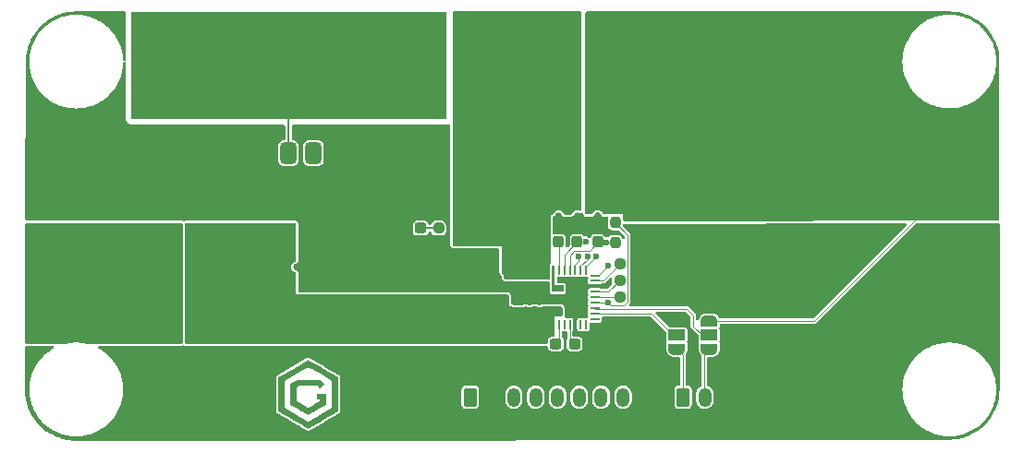
<source format=gbr>
%TF.GenerationSoftware,KiCad,Pcbnew,9.0.4*%
%TF.CreationDate,2025-09-17T13:52:30+02:00*%
%TF.ProjectId,switching_psu,73776974-6368-4696-9e67-5f7073752e6b,rev?*%
%TF.SameCoordinates,Original*%
%TF.FileFunction,Copper,L1,Top*%
%TF.FilePolarity,Positive*%
%FSLAX46Y46*%
G04 Gerber Fmt 4.6, Leading zero omitted, Abs format (unit mm)*
G04 Created by KiCad (PCBNEW 9.0.4) date 2025-09-17 13:52:30*
%MOMM*%
%LPD*%
G01*
G04 APERTURE LIST*
G04 Aperture macros list*
%AMRoundRect*
0 Rectangle with rounded corners*
0 $1 Rounding radius*
0 $2 $3 $4 $5 $6 $7 $8 $9 X,Y pos of 4 corners*
0 Add a 4 corners polygon primitive as box body*
4,1,4,$2,$3,$4,$5,$6,$7,$8,$9,$2,$3,0*
0 Add four circle primitives for the rounded corners*
1,1,$1+$1,$2,$3*
1,1,$1+$1,$4,$5*
1,1,$1+$1,$6,$7*
1,1,$1+$1,$8,$9*
0 Add four rect primitives between the rounded corners*
20,1,$1+$1,$2,$3,$4,$5,0*
20,1,$1+$1,$4,$5,$6,$7,0*
20,1,$1+$1,$6,$7,$8,$9,0*
20,1,$1+$1,$8,$9,$2,$3,0*%
%AMFreePoly0*
4,1,23,0.000000,0.745722,0.065263,0.745722,0.191342,0.711940,0.304381,0.646677,0.396677,0.554381,0.461940,0.441342,0.495722,0.315263,0.495722,0.250000,0.500000,0.250000,0.500000,-0.250000,0.495722,-0.250000,0.495722,-0.315263,0.461940,-0.441342,0.396677,-0.554381,0.304381,-0.646677,0.191342,-0.711940,0.065263,-0.745722,0.000000,-0.745722,0.000000,-0.750000,-0.550000,-0.750000,
-0.550000,0.750000,0.000000,0.750000,0.000000,0.745722,0.000000,0.745722,$1*%
%AMFreePoly1*
4,1,23,0.550000,-0.750000,0.000000,-0.750000,0.000000,-0.745722,-0.065263,-0.745722,-0.191342,-0.711940,-0.304381,-0.646677,-0.396677,-0.554381,-0.461940,-0.441342,-0.495722,-0.315263,-0.495722,-0.250000,-0.500000,-0.250000,-0.500000,0.250000,-0.495722,0.250000,-0.495722,0.315263,-0.461940,0.441342,-0.396677,0.554381,-0.304381,0.646677,-0.191342,0.711940,-0.065263,0.745722,0.000000,0.745722,
0.000000,0.750000,0.550000,0.750000,0.550000,-0.750000,0.550000,-0.750000,$1*%
G04 Aperture macros list end*
%TA.AperFunction,EtchedComponent*%
%ADD10C,0.000000*%
%TD*%
%TA.AperFunction,SMDPad,CuDef*%
%ADD11RoundRect,0.237500X0.250000X0.237500X-0.250000X0.237500X-0.250000X-0.237500X0.250000X-0.237500X0*%
%TD*%
%TA.AperFunction,SMDPad,CuDef*%
%ADD12RoundRect,0.237500X-0.300000X-0.237500X0.300000X-0.237500X0.300000X0.237500X-0.300000X0.237500X0*%
%TD*%
%TA.AperFunction,SMDPad,CuDef*%
%ADD13RoundRect,0.237500X-0.237500X0.300000X-0.237500X-0.300000X0.237500X-0.300000X0.237500X0.300000X0*%
%TD*%
%TA.AperFunction,SMDPad,CuDef*%
%ADD14RoundRect,0.250000X-0.550000X1.412500X-0.550000X-1.412500X0.550000X-1.412500X0.550000X1.412500X0*%
%TD*%
%TA.AperFunction,SMDPad,CuDef*%
%ADD15FreePoly0,270.000000*%
%TD*%
%TA.AperFunction,SMDPad,CuDef*%
%ADD16R,1.500000X1.000000*%
%TD*%
%TA.AperFunction,SMDPad,CuDef*%
%ADD17FreePoly1,270.000000*%
%TD*%
%TA.AperFunction,SMDPad,CuDef*%
%ADD18RoundRect,0.250001X-0.462499X-0.624999X0.462499X-0.624999X0.462499X0.624999X-0.462499X0.624999X0*%
%TD*%
%TA.AperFunction,SMDPad,CuDef*%
%ADD19RoundRect,0.250000X0.475000X-0.337500X0.475000X0.337500X-0.475000X0.337500X-0.475000X-0.337500X0*%
%TD*%
%TA.AperFunction,SMDPad,CuDef*%
%ADD20R,0.508000X0.812800*%
%TD*%
%TA.AperFunction,SMDPad,CuDef*%
%ADD21R,0.254000X0.812800*%
%TD*%
%TA.AperFunction,SMDPad,CuDef*%
%ADD22R,0.812800X0.254000*%
%TD*%
%TA.AperFunction,SMDPad,CuDef*%
%ADD23R,0.812800X0.304800*%
%TD*%
%TA.AperFunction,SMDPad,CuDef*%
%ADD24R,0.812800X0.508000*%
%TD*%
%TA.AperFunction,ComponentPad*%
%ADD25C,0.900000*%
%TD*%
%TA.AperFunction,ComponentPad*%
%ADD26C,8.600000*%
%TD*%
%TA.AperFunction,SMDPad,CuDef*%
%ADD27RoundRect,0.237500X0.237500X-0.300000X0.237500X0.300000X-0.237500X0.300000X-0.237500X-0.300000X0*%
%TD*%
%TA.AperFunction,SMDPad,CuDef*%
%ADD28RoundRect,0.250000X0.550000X-1.412500X0.550000X1.412500X-0.550000X1.412500X-0.550000X-1.412500X0*%
%TD*%
%TA.AperFunction,SMDPad,CuDef*%
%ADD29R,4.100000X6.000000*%
%TD*%
%TA.AperFunction,SMDPad,CuDef*%
%ADD30RoundRect,0.375000X0.375000X-0.625000X0.375000X0.625000X-0.375000X0.625000X-0.375000X-0.625000X0*%
%TD*%
%TA.AperFunction,SMDPad,CuDef*%
%ADD31RoundRect,0.500000X1.400000X-0.500000X1.400000X0.500000X-1.400000X0.500000X-1.400000X-0.500000X0*%
%TD*%
%TA.AperFunction,ComponentPad*%
%ADD32RoundRect,0.250000X-0.350000X-0.625000X0.350000X-0.625000X0.350000X0.625000X-0.350000X0.625000X0*%
%TD*%
%TA.AperFunction,ComponentPad*%
%ADD33O,1.200000X1.750000*%
%TD*%
%TA.AperFunction,SMDPad,CuDef*%
%ADD34RoundRect,0.237500X0.237500X-0.250000X0.237500X0.250000X-0.237500X0.250000X-0.237500X-0.250000X0*%
%TD*%
%TA.AperFunction,SMDPad,CuDef*%
%ADD35RoundRect,0.250000X0.900000X-1.500000X0.900000X1.500000X-0.900000X1.500000X-0.900000X-1.500000X0*%
%TD*%
%TA.AperFunction,ViaPad*%
%ADD36C,0.600000*%
%TD*%
%TA.AperFunction,ViaPad*%
%ADD37C,4.000000*%
%TD*%
%TA.AperFunction,Conductor*%
%ADD38C,0.200000*%
%TD*%
%TA.AperFunction,Conductor*%
%ADD39C,0.100000*%
%TD*%
G04 APERTURE END LIST*
D10*
%TA.AperFunction,EtchedComponent*%
%TO.C,G\u002A\u002A\u002A*%
G36*
X127799466Y-109207490D02*
G01*
X127997501Y-109405879D01*
X127802830Y-109600551D01*
X127608159Y-109795222D01*
X127494908Y-109682560D01*
X127381658Y-109569898D01*
X126535032Y-109569898D01*
X125688405Y-109569898D01*
X125560765Y-109641707D01*
X125433125Y-109713517D01*
X125433122Y-110337041D01*
X125433118Y-110960566D01*
X125961153Y-111265380D01*
X126071360Y-111328827D01*
X126174769Y-111388035D01*
X126268875Y-111441592D01*
X126351171Y-111488086D01*
X126419149Y-111526105D01*
X126470303Y-111554237D01*
X126502127Y-111571071D01*
X126511692Y-111575411D01*
X126527875Y-111569826D01*
X126565148Y-111551753D01*
X126621010Y-111522558D01*
X126692961Y-111483606D01*
X126778504Y-111436263D01*
X126875136Y-111381893D01*
X126980360Y-111321863D01*
X127060797Y-111275462D01*
X127587399Y-110970296D01*
X127591418Y-110871928D01*
X127595437Y-110773560D01*
X127464897Y-110773560D01*
X127334357Y-110773560D01*
X127334357Y-110554712D01*
X127334357Y-110335864D01*
X127744696Y-110335864D01*
X128155035Y-110335864D01*
X128154777Y-110811174D01*
X128154520Y-111286484D01*
X127347629Y-111751535D01*
X127211215Y-111830065D01*
X127081563Y-111904523D01*
X126960649Y-111973788D01*
X126850446Y-112036735D01*
X126752929Y-112092242D01*
X126670074Y-112139187D01*
X126603854Y-112176446D01*
X126556245Y-112202898D01*
X126529221Y-112217419D01*
X126523789Y-112219927D01*
X126509379Y-112213809D01*
X126473286Y-112195045D01*
X126417476Y-112164738D01*
X126343915Y-112123993D01*
X126254569Y-112073916D01*
X126151404Y-112015610D01*
X126036384Y-111950181D01*
X125911476Y-111878734D01*
X125778646Y-111802373D01*
X125696340Y-111754876D01*
X124885840Y-111286484D01*
X124889339Y-110335940D01*
X124892838Y-109385397D01*
X125214270Y-109198311D01*
X125535703Y-109011225D01*
X126568567Y-109010163D01*
X127601431Y-109009101D01*
X127799466Y-109207490D01*
G37*
%TD.AperFunction*%
%TA.AperFunction,EtchedComponent*%
G36*
X126560689Y-107214646D02*
G01*
X126577924Y-107224621D01*
X126617289Y-107247366D01*
X126677219Y-107281977D01*
X126756149Y-107327551D01*
X126852514Y-107383184D01*
X126964751Y-107447974D01*
X127091293Y-107521017D01*
X127230577Y-107601410D01*
X127381037Y-107688250D01*
X127541109Y-107780634D01*
X127709229Y-107877658D01*
X127883832Y-107978419D01*
X127925986Y-108002746D01*
X129249388Y-108766445D01*
X129245911Y-110339776D01*
X129242434Y-111913106D01*
X127883963Y-112697452D01*
X127706525Y-112799849D01*
X127535687Y-112898336D01*
X127372944Y-112992057D01*
X127219789Y-113080156D01*
X127077715Y-113161778D01*
X126948217Y-113236067D01*
X126832786Y-113302167D01*
X126732918Y-113359222D01*
X126650106Y-113406378D01*
X126585842Y-113442778D01*
X126541621Y-113467566D01*
X126518935Y-113479887D01*
X126516166Y-113481138D01*
X126503338Y-113474341D01*
X126468331Y-113454697D01*
X126412640Y-113423066D01*
X126337760Y-113380307D01*
X126245187Y-113327281D01*
X126136416Y-113264845D01*
X126012943Y-113193859D01*
X125876262Y-113115183D01*
X125727870Y-113029676D01*
X125569261Y-112938198D01*
X125401932Y-112841607D01*
X125227376Y-112740764D01*
X125152720Y-112697609D01*
X123798600Y-111914741D01*
X123798600Y-110337716D01*
X123798600Y-109082770D01*
X124352417Y-109082770D01*
X124355907Y-110339871D01*
X124359397Y-111596971D01*
X125433118Y-112217479D01*
X125590580Y-112308418D01*
X125741311Y-112395356D01*
X125883626Y-112477327D01*
X126015839Y-112553365D01*
X126136266Y-112622506D01*
X126243222Y-112683783D01*
X126335021Y-112736232D01*
X126409978Y-112778888D01*
X126466409Y-112810784D01*
X126502627Y-112830955D01*
X126516949Y-112838436D01*
X126517067Y-112838461D01*
X126530148Y-112831840D01*
X126565226Y-112812479D01*
X126620621Y-112781336D01*
X126694654Y-112739373D01*
X126785645Y-112687548D01*
X126891912Y-112626823D01*
X127011778Y-112558157D01*
X127143560Y-112482511D01*
X127285581Y-112400844D01*
X127436158Y-112314117D01*
X127593613Y-112223290D01*
X127607886Y-112215050D01*
X128688476Y-111591167D01*
X128688470Y-110337748D01*
X128688463Y-109084330D01*
X127613065Y-108463601D01*
X127455329Y-108372633D01*
X127304225Y-108285642D01*
X127161449Y-108203597D01*
X127028696Y-108127463D01*
X126907660Y-108058209D01*
X126800036Y-107996800D01*
X126707519Y-107944204D01*
X126631804Y-107901388D01*
X126574586Y-107869319D01*
X126537560Y-107848963D01*
X126522420Y-107841288D01*
X126522253Y-107841253D01*
X126508401Y-107847707D01*
X126472570Y-107866911D01*
X126416453Y-107897905D01*
X126341741Y-107939727D01*
X126250130Y-107991418D01*
X126143311Y-108052018D01*
X126022976Y-108120565D01*
X125890820Y-108196098D01*
X125748535Y-108277659D01*
X125597813Y-108364285D01*
X125440348Y-108455017D01*
X125429628Y-108461202D01*
X124352417Y-109082770D01*
X123798600Y-109082770D01*
X123798600Y-108760692D01*
X125158696Y-107975469D01*
X126518792Y-107190246D01*
X126560689Y-107214646D01*
G37*
%TD.AperFunction*%
%TA.AperFunction,EtchedComponent*%
%TO.C,U1*%
G36*
X149102154Y-100314040D02*
G01*
X149914954Y-100314040D01*
X149914954Y-100923640D01*
X148848154Y-100923640D01*
X148848154Y-98520800D01*
X149102154Y-98520800D01*
X149102154Y-100314040D01*
G37*
%TD.AperFunction*%
%TD*%
D11*
%TO.P,R1,2*%
%TO.N,Net-(C10-Pad2)*%
X138450000Y-95100000D03*
%TO.P,R1,1*%
%TO.N,Net-(L1-Pad1)*%
X140275000Y-95100000D03*
%TD*%
D12*
%TO.P,C10,2*%
%TO.N,Net-(C10-Pad2)*%
X136825000Y-95100000D03*
%TO.P,C10,1*%
%TO.N,GND*%
X135100000Y-95100000D03*
%TD*%
D13*
%TO.P,C12,2*%
%TO.N,GND*%
X175300000Y-95362500D03*
%TO.P,C12,1*%
%TO.N,Vout*%
X175300000Y-93637500D03*
%TD*%
%TO.P,C18,2*%
%TO.N,GND*%
X176900000Y-95362500D03*
%TO.P,C18,1*%
%TO.N,Vout*%
X176900000Y-93637500D03*
%TD*%
%TO.P,C16,2*%
%TO.N,GND*%
X168900000Y-95362500D03*
%TO.P,C16,1*%
%TO.N,Vout*%
X168900000Y-93637500D03*
%TD*%
%TO.P,C14,2*%
%TO.N,GND*%
X172100000Y-95362500D03*
%TO.P,C14,1*%
%TO.N,Vout*%
X172100000Y-93637500D03*
%TD*%
%TO.P,C17,2*%
%TO.N,GND*%
X178500000Y-95362500D03*
%TO.P,C17,1*%
%TO.N,Vout*%
X178500000Y-93637500D03*
%TD*%
D14*
%TO.P,C11,1*%
%TO.N,Vout*%
X164249354Y-91962500D03*
%TO.P,C11,2*%
%TO.N,GND*%
X164249354Y-97037500D03*
%TD*%
D13*
%TO.P,C13,2*%
%TO.N,GND*%
X173700000Y-95362500D03*
%TO.P,C13,1*%
%TO.N,Vout*%
X173700000Y-93637500D03*
%TD*%
%TO.P,C15,2*%
%TO.N,GND*%
X170500000Y-95362500D03*
%TO.P,C15,1*%
%TO.N,Vout*%
X170500000Y-93637500D03*
%TD*%
D15*
%TO.P,JP1,3,B*%
%TO.N,Net-(J2-Pin_1)*%
X160285000Y-106201000D03*
D16*
%TO.P,JP1,2,C*%
%TO.N,Net-(JP1-C)*%
X160285000Y-104901000D03*
D17*
%TO.P,JP1,1,A*%
%TO.N,GND*%
X160285000Y-103601000D03*
%TD*%
D15*
%TO.P,JP2,3,B*%
%TO.N,Net-(J2-Pin_2)*%
X163242500Y-106200000D03*
D16*
%TO.P,JP2,2,C*%
%TO.N,Net-(JP2-C)*%
X163242500Y-104900000D03*
D17*
%TO.P,JP2,1,A*%
%TO.N,Vout*%
X163242500Y-103600000D03*
%TD*%
D18*
%TO.P,F1,2*%
%TO.N,Vin*%
X116787500Y-101000000D03*
%TO.P,F1,1*%
%TO.N,Net-(F1-Pad1)*%
X113812500Y-101000000D03*
%TD*%
D19*
%TO.P,C4,1*%
%TO.N,Vin*%
X133649354Y-102236500D03*
%TO.P,C4,2*%
%TO.N,GND*%
X133649354Y-100161500D03*
%TD*%
D20*
%TO.P,U1,1,PVIN*%
%TO.N,Vin*%
X146353874Y-103931000D03*
%TO.P,U1,2,PVIN*%
X147603554Y-103931000D03*
%TO.P,U1,3,PVIN*%
X148855774Y-103931000D03*
D21*
%TO.P,U1,4,PH*%
%TO.N,Net-(U1-PH)*%
X149475534Y-103931000D03*
%TO.P,U1,5,GH*%
%TO.N,unconnected-(U1-GH-Pad5)*%
X149973374Y-103931000D03*
%TO.P,U1,6,BOOT*%
%TO.N,Net-(U1-BOOT)*%
X150473754Y-103931000D03*
%TO.P,U1,7,AGND*%
%TO.N,GND*%
X150974134Y-103931000D03*
%TO.P,U1,8,NC*%
%TO.N,unconnected-(U1-NC-Pad8)*%
X151474514Y-103931000D03*
%TO.P,U1,9,NC*%
%TO.N,unconnected-(U1-NC-Pad9)*%
X151974894Y-103931000D03*
D22*
%TO.P,U1,10,NC*%
%TO.N,unconnected-(U1-NC-Pad10)*%
X152759754Y-103428080D03*
%TO.P,U1,11,VSEN-*%
%TO.N,Net-(JP1-C)*%
X152759754Y-102930240D03*
%TO.P,U1,12,VSEN+*%
%TO.N,Net-(JP2-C)*%
X152759754Y-102429860D03*
%TO.P,U1,13,PGOOD*%
%TO.N,Pgood*%
X152759754Y-101929480D03*
%TO.P,U1,14,ADDR*%
%TO.N,Net-(U1-ADDR)*%
X152759754Y-101429100D03*
%TO.P,U1,15,VSET*%
%TO.N,Net-(U1-VSET)*%
X152759754Y-100928720D03*
%TO.P,U1,16,AGND*%
%TO.N,GND*%
X152759754Y-100428340D03*
%TO.P,U1,17,RT/SYNC*%
%TO.N,Net-(U1-RT{slash}SYNC)*%
X152759754Y-99927960D03*
%TO.P,U1,18,SALRT*%
%TO.N,SALRT*%
X152759754Y-99430120D03*
D21*
%TO.P,U1,19,SDA*%
%TO.N,SDA*%
X151974894Y-98927200D03*
%TO.P,U1,20,SCL*%
%TO.N,SCL*%
X151474514Y-98927200D03*
%TO.P,U1,21,EN*%
%TO.N,EN*%
X150974134Y-98927200D03*
%TO.P,U1,22,VDD*%
%TO.N,+5V*%
X150473754Y-98927200D03*
%TO.P,U1,23,VIN*%
%TO.N,Vin*%
X149973374Y-98927200D03*
%TO.P,U1,24,PVCC*%
%TO.N,Net-(U1-PVCC)*%
X149475534Y-98927200D03*
%TO.P,U1,25,GL*%
%TO.N,unconnected-(U1-GL-Pad25)*%
X148975154Y-98927200D03*
%TO.P,U1,26,SW*%
%TO.N,Net-(L1-Pad1)*%
X148228394Y-98927200D03*
%TO.P,U1,27,SW*%
X147730554Y-98927200D03*
%TO.P,U1,28,SW*%
X147230174Y-98927200D03*
%TO.P,U1,29,SW*%
X146729794Y-98927200D03*
%TO.P,U1,30,SW*%
X146229414Y-98927200D03*
D23*
%TO.P,U1,31,SW*%
X145749354Y-99628240D03*
D24*
%TO.P,U1,32,PGND*%
%TO.N,GND*%
X145749354Y-100428340D03*
%TO.P,U1,33,PGND*%
X145749354Y-101899000D03*
D23*
%TO.P,U1,34,PVIN*%
%TO.N,Vin*%
X145749354Y-102658460D03*
%TD*%
D19*
%TO.P,C6,1*%
%TO.N,Vin*%
X137849354Y-102236500D03*
%TO.P,C6,2*%
%TO.N,GND*%
X137849354Y-100161500D03*
%TD*%
%TO.P,C5,1*%
%TO.N,Vin*%
X135749354Y-102236500D03*
%TO.P,C5,2*%
%TO.N,GND*%
X135749354Y-100161500D03*
%TD*%
D11*
%TO.P,R5,1*%
%TO.N,GND*%
X156874354Y-98399000D03*
%TO.P,R5,2*%
%TO.N,Net-(U1-RT{slash}SYNC)*%
X155049354Y-98399000D03*
%TD*%
D25*
%TO.P,H1,1,1*%
%TO.N,Net-(F1-Pad1)*%
X102024354Y-99900000D03*
X102968935Y-97619581D03*
X102968935Y-102180419D03*
X105249354Y-96675000D03*
D26*
X105249354Y-99900000D03*
D25*
X105249354Y-103125000D03*
X107529773Y-97619581D03*
X107529773Y-102180419D03*
X108474354Y-99900000D03*
%TD*%
%TO.P,H3,1,1*%
%TO.N,Vout*%
X182024354Y-89799000D03*
X182968935Y-87518581D03*
X182968935Y-92079419D03*
X185249354Y-86574000D03*
D26*
X185249354Y-89799000D03*
D25*
X185249354Y-93024000D03*
X187529773Y-87518581D03*
X187529773Y-92079419D03*
X188474354Y-89799000D03*
%TD*%
D11*
%TO.P,R3,1*%
%TO.N,GND*%
X156874354Y-101399000D03*
%TO.P,R3,2*%
%TO.N,Net-(U1-ADDR)*%
X155049354Y-101399000D03*
%TD*%
D25*
%TO.P,H4,1,1*%
%TO.N,GND*%
X182024354Y-99899000D03*
X182968935Y-97618581D03*
X182968935Y-102179419D03*
X185249354Y-96674000D03*
D26*
X185249354Y-99899000D03*
D25*
X185249354Y-103124000D03*
X187529773Y-97618581D03*
X187529773Y-102179419D03*
X188474354Y-99899000D03*
%TD*%
D12*
%TO.P,C1,1*%
%TO.N,Net-(U1-PH)*%
X149192054Y-105730120D03*
%TO.P,C1,2*%
%TO.N,Net-(U1-BOOT)*%
X150917054Y-105730120D03*
%TD*%
D27*
%TO.P,C2,1*%
%TO.N,Vin*%
X143949354Y-102061500D03*
%TO.P,C2,2*%
%TO.N,GND*%
X143949354Y-100336500D03*
%TD*%
D13*
%TO.P,C19,1*%
%TO.N,GND*%
X153049354Y-94636500D03*
%TO.P,C19,2*%
%TO.N,+5V*%
X153049354Y-96361500D03*
%TD*%
D11*
%TO.P,R4,1*%
%TO.N,GND*%
X156874354Y-99899000D03*
%TO.P,R4,2*%
%TO.N,Net-(U1-VSET)*%
X155049354Y-99899000D03*
%TD*%
D28*
%TO.P,C9,1*%
%TO.N,Vin*%
X126449354Y-103736500D03*
%TO.P,C9,2*%
%TO.N,GND*%
X126449354Y-98661500D03*
%TD*%
D25*
%TO.P,H2,1,1*%
%TO.N,GND*%
X102024354Y-89799000D03*
X102968935Y-87518581D03*
X102968935Y-92079419D03*
X105249354Y-86574000D03*
D26*
X105249354Y-89799000D03*
D25*
X105249354Y-93024000D03*
X107529773Y-87518581D03*
X107529773Y-92079419D03*
X108474354Y-89799000D03*
%TD*%
D13*
%TO.P,C21,1*%
%TO.N,GND*%
X149449354Y-94636500D03*
%TO.P,C21,2*%
%TO.N,Net-(U1-PVCC)*%
X149449354Y-96361500D03*
%TD*%
D19*
%TO.P,C8,1*%
%TO.N,Vin*%
X142039354Y-102236500D03*
%TO.P,C8,2*%
%TO.N,GND*%
X142039354Y-100161500D03*
%TD*%
D29*
%TO.P,L1,1*%
%TO.N,Net-(L1-Pad1)*%
X147050000Y-84200000D03*
%TO.P,L1,2*%
%TO.N,Vout*%
X156550000Y-84200000D03*
%TD*%
D30*
%TO.P,U3,1,GND*%
%TO.N,GND*%
X122400000Y-88212500D03*
%TO.P,U3,2,VO*%
%TO.N,+5V*%
X124700000Y-88212500D03*
D31*
X124700000Y-81912500D03*
D30*
%TO.P,U3,3,VI*%
%TO.N,Vin*%
X127000000Y-88212500D03*
%TD*%
D19*
%TO.P,C7,1*%
%TO.N,Vin*%
X139949354Y-102236500D03*
%TO.P,C7,2*%
%TO.N,GND*%
X139949354Y-100161500D03*
%TD*%
D32*
%TO.P,J2,1,Pin_1*%
%TO.N,Net-(J2-Pin_1)*%
X160849354Y-110599000D03*
D33*
%TO.P,J2,2,Pin_2*%
%TO.N,Net-(J2-Pin_2)*%
X162849354Y-110599000D03*
%TD*%
D13*
%TO.P,C20,1*%
%TO.N,GND*%
X151149354Y-94636500D03*
%TO.P,C20,2*%
%TO.N,Vin*%
X151149354Y-96361500D03*
%TD*%
D34*
%TO.P,R2,1*%
%TO.N,+5V*%
X154649354Y-96411500D03*
%TO.P,R2,2*%
%TO.N,Pgood*%
X154649354Y-94586500D03*
%TD*%
D32*
%TO.P,J1,1,Pin_1*%
%TO.N,+5V*%
X141349354Y-110599000D03*
D33*
%TO.P,J1,2,Pin_2*%
%TO.N,GND*%
X143349354Y-110599000D03*
%TO.P,J1,3,Pin_3*%
%TO.N,unconnected-(J1-Pin_3-Pad3)*%
X145349354Y-110599000D03*
%TO.P,J1,4,Pin_4*%
%TO.N,EN*%
X147349354Y-110599000D03*
%TO.P,J1,5,Pin_5*%
%TO.N,SCL*%
X149349354Y-110599000D03*
%TO.P,J1,6,Pin_6*%
%TO.N,SDA*%
X151349354Y-110599000D03*
%TO.P,J1,7,Pin_7*%
%TO.N,SALRT*%
X153349354Y-110599000D03*
%TO.P,J1,8,Pin_8*%
%TO.N,Pgood*%
X155349354Y-110599000D03*
%TD*%
D19*
%TO.P,C3,1*%
%TO.N,Vin*%
X131549354Y-102236500D03*
%TO.P,C3,2*%
%TO.N,GND*%
X131549354Y-100161500D03*
%TD*%
D35*
%TO.P,D1,1,K*%
%TO.N,Vin*%
X116500000Y-97300000D03*
%TO.P,D1,2,A*%
%TO.N,GND*%
X116500000Y-91900000D03*
%TD*%
D36*
%TO.N,GND*%
X160285000Y-103601000D03*
%TO.N,+5V*%
X124700000Y-88150000D03*
%TO.N,Vin*%
X127000000Y-88250000D03*
%TO.N,GND*%
X153050000Y-93950000D03*
X151150000Y-93950000D03*
X149450000Y-93950000D03*
D37*
%TO.N,+5V*%
X136950646Y-82749646D03*
X136950646Y-77749646D03*
X112500646Y-77800000D03*
X112500646Y-82800000D03*
D36*
%TO.N,GND*%
X173700646Y-96087500D03*
X171300646Y-95387500D03*
X176900646Y-96087500D03*
X178500646Y-96087500D03*
X175300646Y-96087500D03*
X165200000Y-97050000D03*
X163250000Y-97100000D03*
X164250000Y-98850000D03*
X168200646Y-95387500D03*
X176100646Y-95337500D03*
X168900646Y-96137500D03*
X169700646Y-95387500D03*
X172100646Y-96087500D03*
X170500646Y-96087500D03*
X172900646Y-95387500D03*
X174500646Y-95337500D03*
X164250000Y-95200000D03*
X177700646Y-95337500D03*
%TO.N,Vin*%
X125090000Y-96110000D03*
%TO.N,GND*%
X115900000Y-93800000D03*
X115900000Y-90000000D03*
X117800000Y-93100000D03*
X117800000Y-90700000D03*
X115200000Y-93100000D03*
X115200000Y-90700000D03*
X117800000Y-91900000D03*
X115200000Y-91900000D03*
X117100000Y-93800000D03*
X117100000Y-90000000D03*
X126450000Y-96800000D03*
X143100000Y-100250000D03*
X150650000Y-100030000D03*
X146800000Y-100470000D03*
X146800000Y-101850000D03*
X122400646Y-87050000D03*
X127400000Y-98650000D03*
X151550000Y-101410000D03*
X137850000Y-99400000D03*
X149650000Y-101750000D03*
X151550000Y-102130000D03*
X147700000Y-101850000D03*
X124050646Y-86050000D03*
X151550000Y-100710000D03*
X139950000Y-99400000D03*
X151550000Y-102830000D03*
X150650000Y-100710000D03*
X148750000Y-101750000D03*
X131550000Y-99400000D03*
X133650000Y-99400000D03*
X147700000Y-101150000D03*
X146800000Y-101150000D03*
X138900000Y-100200000D03*
X150650000Y-102130000D03*
X142050000Y-99400000D03*
X143950000Y-99600000D03*
X125850646Y-86000000D03*
X130650000Y-100200000D03*
X126450000Y-100500000D03*
X141000000Y-100200000D03*
X122400646Y-89400000D03*
X127650646Y-86000000D03*
X136800000Y-100200000D03*
X132600000Y-100200000D03*
X150650000Y-102830000D03*
X150650000Y-101410000D03*
X123300646Y-88200000D03*
X134700000Y-100200000D03*
X151550000Y-100030000D03*
X125450000Y-98650000D03*
X135750000Y-99400000D03*
X147700000Y-100470000D03*
%TO.N,Vin*%
X151911854Y-96361500D03*
%TO.N,+5V*%
X153849354Y-96411500D03*
D37*
X132100000Y-82799000D03*
X117300000Y-77799000D03*
X127100000Y-77799000D03*
X132100000Y-77799000D03*
X122100000Y-77799000D03*
X117300000Y-82799000D03*
D36*
%TO.N,EN*%
X151299997Y-97700000D03*
%TO.N,Pgood*%
X153949354Y-101949000D03*
%TO.N,SCL*%
X152100000Y-97700000D03*
%TO.N,SALRT*%
X153949354Y-98499000D03*
%TO.N,SDA*%
X152900000Y-97700000D03*
%TD*%
D38*
%TO.N,+5V*%
X124700000Y-88150000D02*
X124700000Y-81912500D01*
D39*
%TO.N,EN*%
X150974134Y-98475864D02*
X150974134Y-98927200D01*
X151299997Y-98150001D02*
X150974134Y-98475864D01*
X151299997Y-97700000D02*
X151299997Y-98150001D01*
%TO.N,SCL*%
X152100000Y-97900000D02*
X151474514Y-98525486D01*
X151474514Y-98525486D02*
X151474514Y-98927200D01*
X152100000Y-97700000D02*
X152100000Y-97900000D01*
%TO.N,SDA*%
X152881275Y-97700000D02*
X152900000Y-97700000D01*
X151974894Y-98606381D02*
X152881275Y-97700000D01*
X151974894Y-98927200D02*
X151974894Y-98606381D01*
D38*
%TO.N,Net-(C10-Pad2)*%
X136825000Y-95100000D02*
X138450000Y-95100000D01*
D39*
%TO.N,Vout*%
X185249354Y-91250646D02*
X185249354Y-89799000D01*
X172900000Y-103600000D02*
X185249354Y-91250646D01*
X163242500Y-103600000D02*
X172900000Y-103600000D01*
D38*
%TO.N,GND*%
X168900000Y-95362500D02*
X178500000Y-95362500D01*
D39*
%TO.N,Net-(JP2-C)*%
X161200000Y-102500000D02*
X152829894Y-102500000D01*
X161800000Y-103100000D02*
X161200000Y-102500000D01*
X152829894Y-102500000D02*
X152759754Y-102429860D01*
X162600000Y-104900000D02*
X161800000Y-104100000D01*
X163242500Y-104900000D02*
X162600000Y-104900000D01*
X161800000Y-104100000D02*
X161800000Y-103100000D01*
%TO.N,Net-(JP1-C)*%
X159922960Y-104901000D02*
X160285000Y-104901000D01*
X157952200Y-102930240D02*
X159922960Y-104901000D01*
X152759754Y-102930240D02*
X157952200Y-102930240D01*
%TO.N,Net-(J2-Pin_2)*%
X162800000Y-110549646D02*
X162849354Y-110599000D01*
X162800000Y-106642500D02*
X162800000Y-110549646D01*
X163242500Y-106200000D02*
X162800000Y-106642500D01*
%TO.N,Net-(J2-Pin_1)*%
X160849354Y-106765354D02*
X160849354Y-110599000D01*
X160285000Y-106201000D02*
X160849354Y-106765354D01*
%TO.N,Net-(U1-PH)*%
X149475534Y-105446640D02*
X149192054Y-105730120D01*
X149475534Y-103931000D02*
X149475534Y-105446640D01*
%TO.N,Net-(U1-BOOT)*%
X150473754Y-105286820D02*
X150917054Y-105730120D01*
X150473754Y-103931000D02*
X150473754Y-105286820D01*
%TO.N,Vin*%
X151911854Y-96361500D02*
X151149354Y-96361500D01*
X149973374Y-97537480D02*
X151149354Y-96361500D01*
X149973374Y-98927200D02*
X149973374Y-97537480D01*
%TO.N,+5V*%
X152260854Y-97150000D02*
X153049354Y-96361500D01*
D38*
X124700000Y-88212500D02*
X124700000Y-88150000D01*
D39*
X154649354Y-96411500D02*
X153099354Y-96411500D01*
X150894463Y-97150000D02*
X152260854Y-97150000D01*
X150473754Y-98927200D02*
X150473754Y-97570709D01*
X153099354Y-96411500D02*
X153049354Y-96361500D01*
X150473754Y-97570709D02*
X150894463Y-97150000D01*
%TO.N,Net-(U1-PVCC)*%
X149475534Y-98927200D02*
X149475534Y-96387680D01*
X149475534Y-96387680D02*
X149449354Y-96361500D01*
%TO.N,Pgood*%
X153929834Y-101929480D02*
X152759754Y-101929480D01*
X154199354Y-102199000D02*
X153949354Y-101949000D01*
X153949354Y-101949000D02*
X153929834Y-101929480D01*
X155434278Y-102199000D02*
X154199354Y-102199000D01*
X155787854Y-95725000D02*
X155787854Y-101845424D01*
X154649354Y-94586500D02*
X155787854Y-95725000D01*
X155787854Y-101845424D02*
X155434278Y-102199000D01*
%TO.N,SALRT*%
X153949354Y-98499000D02*
X153018234Y-99430120D01*
X153018234Y-99430120D02*
X152759754Y-99430120D01*
%TO.N,Net-(U1-ADDR)*%
X152789854Y-101399000D02*
X155049354Y-101399000D01*
X152759754Y-101429100D02*
X152789854Y-101399000D01*
%TO.N,Net-(U1-VSET)*%
X155049354Y-99899000D02*
X154019634Y-100928720D01*
X154019634Y-100928720D02*
X152759754Y-100928720D01*
X155049354Y-99799000D02*
X155049354Y-99899000D01*
%TO.N,Net-(U1-RT{slash}SYNC)*%
X152759754Y-99927960D02*
X153520394Y-99927960D01*
X155049354Y-98399000D02*
X155049354Y-98199000D01*
X153520394Y-99927960D02*
X155049354Y-98399000D01*
%TD*%
%TA.AperFunction,Conductor*%
%TO.N,+5V*%
G36*
X139143039Y-75232988D02*
G01*
X139188794Y-75285792D01*
X139200000Y-75337303D01*
X139200000Y-84989303D01*
X139180315Y-85056342D01*
X139127511Y-85102097D01*
X139076000Y-85113303D01*
X110424000Y-85113303D01*
X110356961Y-85093618D01*
X110311206Y-85040814D01*
X110300000Y-84989303D01*
X110300000Y-75337303D01*
X110319685Y-75270264D01*
X110372489Y-75224509D01*
X110424000Y-75213303D01*
X139076000Y-75213303D01*
X139143039Y-75232988D01*
G37*
%TD.AperFunction*%
%TD*%
%TA.AperFunction,Conductor*%
%TO.N,Vout*%
G36*
X185252057Y-75199618D02*
G01*
X185609944Y-75215240D01*
X185615933Y-75215648D01*
X185694769Y-75222953D01*
X185699424Y-75223475D01*
X186014623Y-75264968D01*
X186021151Y-75266007D01*
X186094027Y-75279629D01*
X186097947Y-75280430D01*
X186414141Y-75350525D01*
X186421199Y-75352309D01*
X186483267Y-75369969D01*
X186486595Y-75370968D01*
X186540026Y-75387814D01*
X186805180Y-75471414D01*
X186812611Y-75474022D01*
X186857696Y-75491488D01*
X186860151Y-75492472D01*
X187184342Y-75626752D01*
X187192150Y-75630308D01*
X187210351Y-75639371D01*
X187212215Y-75640320D01*
X187354531Y-75714404D01*
X187544325Y-75813204D01*
X187553692Y-75818612D01*
X187882974Y-76028384D01*
X187891836Y-76034589D01*
X188169490Y-76247638D01*
X188201583Y-76272263D01*
X188209866Y-76279212D01*
X188497729Y-76542988D01*
X188505378Y-76550637D01*
X188769154Y-76838495D01*
X188776104Y-76846778D01*
X188962490Y-77089679D01*
X189013785Y-77156527D01*
X189019990Y-77165389D01*
X189229765Y-77494668D01*
X189235174Y-77504036D01*
X189408050Y-77836127D01*
X189409060Y-77838109D01*
X189418056Y-77856174D01*
X189421618Y-77863996D01*
X189555866Y-78188096D01*
X189556931Y-78190754D01*
X189574347Y-78235709D01*
X189576982Y-78243216D01*
X189677418Y-78561755D01*
X189678424Y-78565111D01*
X189696070Y-78627134D01*
X189697864Y-78634227D01*
X189767950Y-78950359D01*
X189768778Y-78954413D01*
X189782376Y-79027155D01*
X189783426Y-79033755D01*
X189824911Y-79348868D01*
X189825443Y-79353612D01*
X189832746Y-79432424D01*
X189833157Y-79438456D01*
X189838035Y-79550183D01*
X189838153Y-79555911D01*
X189800317Y-94276649D01*
X189780460Y-94343637D01*
X189727538Y-94389256D01*
X189676649Y-94400330D01*
X155505997Y-94491940D01*
X155438905Y-94472435D01*
X155393009Y-94419754D01*
X155381666Y-94368422D01*
X155379571Y-93830000D01*
X153629561Y-93830000D01*
X153562522Y-93810315D01*
X153521660Y-93763157D01*
X153520456Y-93763853D01*
X153516849Y-93757605D01*
X153516767Y-93757511D01*
X153516682Y-93757317D01*
X153487054Y-93706000D01*
X153450500Y-93642686D01*
X153357314Y-93549500D01*
X153300250Y-93516554D01*
X153243187Y-93483608D01*
X153179539Y-93466554D01*
X153115892Y-93449500D01*
X152984108Y-93449500D01*
X152856812Y-93483608D01*
X152742686Y-93549500D01*
X152742683Y-93549502D01*
X152649502Y-93642683D01*
X152649500Y-93642686D01*
X152579544Y-93763853D01*
X152577547Y-93762700D01*
X152541162Y-93807854D01*
X152474869Y-93829921D01*
X152470439Y-93830000D01*
X152024000Y-93830000D01*
X151956961Y-93810315D01*
X151911206Y-93757511D01*
X151900000Y-93706000D01*
X151900000Y-79790917D01*
X180949585Y-79790917D01*
X180950083Y-79883446D01*
X180958045Y-80068331D01*
X180973953Y-80252707D01*
X180997781Y-80436238D01*
X181029478Y-80618554D01*
X181068992Y-80799342D01*
X181116246Y-80978262D01*
X181171163Y-81155010D01*
X181233615Y-81329184D01*
X181303525Y-81500564D01*
X181380718Y-81668720D01*
X181380725Y-81668735D01*
X181465095Y-81833443D01*
X181556473Y-81994369D01*
X181556479Y-81994379D01*
X181556481Y-81994382D01*
X181654689Y-82151215D01*
X181759558Y-82303682D01*
X181870902Y-82451514D01*
X181988489Y-82594403D01*
X182112130Y-82732117D01*
X182241564Y-82864365D01*
X182241567Y-82864368D01*
X182376579Y-82990935D01*
X182516911Y-83111575D01*
X182662303Y-83226066D01*
X182812486Y-83334196D01*
X182967182Y-83435765D01*
X183126105Y-83530584D01*
X183126117Y-83530591D01*
X183222093Y-83582390D01*
X183288960Y-83618479D01*
X183455446Y-83699285D01*
X183625254Y-83772855D01*
X183798069Y-83839050D01*
X183973573Y-83897750D01*
X184127143Y-83941864D01*
X184151429Y-83948841D01*
X184151432Y-83948841D01*
X184151440Y-83948844D01*
X184331340Y-83992239D01*
X184417651Y-84009166D01*
X184512943Y-84027855D01*
X184568745Y-84036323D01*
X184695905Y-84055623D01*
X184879895Y-84075495D01*
X185064569Y-84087433D01*
X185249586Y-84091415D01*
X185434603Y-84087433D01*
X185619277Y-84075495D01*
X185803267Y-84055623D01*
X185945974Y-84033963D01*
X185986228Y-84027855D01*
X186036120Y-84018070D01*
X186167832Y-83992239D01*
X186347732Y-83948844D01*
X186525599Y-83897750D01*
X186701103Y-83839050D01*
X186873918Y-83772855D01*
X187043726Y-83699285D01*
X187210212Y-83618479D01*
X187373067Y-83530584D01*
X187531990Y-83435765D01*
X187686686Y-83334196D01*
X187836869Y-83226066D01*
X187982261Y-83111575D01*
X188122593Y-82990935D01*
X188257605Y-82864368D01*
X188387047Y-82732111D01*
X188510679Y-82594407D01*
X188628272Y-82451512D01*
X188739608Y-82303690D01*
X188844482Y-82151215D01*
X188942699Y-81994369D01*
X189034077Y-81833443D01*
X189118447Y-81668735D01*
X189195653Y-81500549D01*
X189265551Y-81329198D01*
X189328013Y-81154998D01*
X189382923Y-80978271D01*
X189430178Y-80799347D01*
X189469693Y-80618555D01*
X189501392Y-80436230D01*
X189525218Y-80252710D01*
X189541127Y-80068335D01*
X189549088Y-79883447D01*
X189549088Y-79698387D01*
X189541127Y-79513499D01*
X189525218Y-79329124D01*
X189501392Y-79145604D01*
X189469693Y-78963279D01*
X189430178Y-78782487D01*
X189382923Y-78603563D01*
X189328013Y-78426836D01*
X189265551Y-78252636D01*
X189195653Y-78081285D01*
X189118447Y-77913099D01*
X189034077Y-77748391D01*
X188942699Y-77587465D01*
X188887451Y-77499237D01*
X188844482Y-77430618D01*
X188739613Y-77278151D01*
X188739608Y-77278144D01*
X188628272Y-77130322D01*
X188569475Y-77058874D01*
X188510682Y-76987430D01*
X188387041Y-76849716D01*
X188257607Y-76717468D01*
X188226141Y-76687970D01*
X188122593Y-76590899D01*
X187982261Y-76470259D01*
X187836869Y-76355768D01*
X187686686Y-76247638D01*
X187531990Y-76146069D01*
X187373067Y-76051250D01*
X187373054Y-76051242D01*
X187210227Y-75963363D01*
X187210225Y-75963362D01*
X187210212Y-75963355D01*
X187043726Y-75882549D01*
X186873918Y-75808979D01*
X186701109Y-75742786D01*
X186699362Y-75742201D01*
X186525599Y-75684084D01*
X186480307Y-75671073D01*
X186347742Y-75632992D01*
X186167824Y-75589593D01*
X185986228Y-75553978D01*
X185843524Y-75532320D01*
X185803267Y-75526211D01*
X185698769Y-75514924D01*
X185619281Y-75506339D01*
X185434589Y-75494400D01*
X185249586Y-75490418D01*
X185064582Y-75494400D01*
X184879890Y-75506339D01*
X184780530Y-75517071D01*
X184695905Y-75526211D01*
X184671195Y-75529961D01*
X184512943Y-75553978D01*
X184331347Y-75589593D01*
X184151429Y-75632992D01*
X183975223Y-75683609D01*
X183973573Y-75684084D01*
X183885821Y-75713434D01*
X183798062Y-75742786D01*
X183625253Y-75808979D01*
X183455455Y-75882545D01*
X183455446Y-75882549D01*
X183388041Y-75915265D01*
X183288944Y-75963363D01*
X183126117Y-76051242D01*
X182967186Y-76146066D01*
X182812480Y-76247642D01*
X182662303Y-76355767D01*
X182516915Y-76470255D01*
X182376570Y-76590907D01*
X182241564Y-76717468D01*
X182112130Y-76849716D01*
X181988489Y-76987430D01*
X181870902Y-77130319D01*
X181759558Y-77278151D01*
X181654689Y-77430618D01*
X181556481Y-77587451D01*
X181465094Y-77748391D01*
X181380718Y-77913113D01*
X181303525Y-78081269D01*
X181233615Y-78252649D01*
X181171163Y-78426823D01*
X181116246Y-78603571D01*
X181068992Y-78782491D01*
X181029478Y-78963279D01*
X180997781Y-79145595D01*
X180973953Y-79329126D01*
X180958045Y-79513502D01*
X180950083Y-79698387D01*
X180949585Y-79790917D01*
X151900000Y-79790917D01*
X151900000Y-75326823D01*
X151919685Y-75259784D01*
X151972489Y-75214029D01*
X152023984Y-75202823D01*
X184894993Y-75199500D01*
X185246649Y-75199500D01*
X185252057Y-75199618D01*
G37*
%TD.AperFunction*%
%TD*%
%TA.AperFunction,Conductor*%
%TO.N,Vin*%
G36*
X125343039Y-94629685D02*
G01*
X125388794Y-94682489D01*
X125400000Y-94734000D01*
X125400000Y-98050093D01*
X125380315Y-98117132D01*
X125327511Y-98162887D01*
X125308097Y-98169866D01*
X125256814Y-98183608D01*
X125256812Y-98183608D01*
X125256812Y-98183609D01*
X125142686Y-98249500D01*
X125142683Y-98249502D01*
X125049502Y-98342683D01*
X125049500Y-98342686D01*
X124983608Y-98456812D01*
X124949500Y-98584108D01*
X124949500Y-98715891D01*
X124983608Y-98843187D01*
X125016121Y-98899500D01*
X125049500Y-98957314D01*
X125142686Y-99050500D01*
X125256814Y-99116392D01*
X125308094Y-99130132D01*
X125367753Y-99166495D01*
X125398283Y-99229341D01*
X125400000Y-99249906D01*
X125400000Y-101200001D01*
X144776002Y-101200019D01*
X144843040Y-101219704D01*
X144888794Y-101272508D01*
X144900000Y-101324019D01*
X144900000Y-102300000D01*
X145164450Y-102300000D01*
X145231489Y-102319685D01*
X145233301Y-102320871D01*
X145264723Y-102341867D01*
X145264725Y-102341867D01*
X145264726Y-102341868D01*
X145264724Y-102341868D01*
X145323201Y-102353499D01*
X145323204Y-102353500D01*
X145323206Y-102353500D01*
X146175504Y-102353500D01*
X146175505Y-102353499D01*
X146195172Y-102349587D01*
X146233982Y-102341868D01*
X146233982Y-102341867D01*
X146233985Y-102341867D01*
X146265367Y-102320897D01*
X146283414Y-102315246D01*
X146299323Y-102305023D01*
X146330282Y-102300571D01*
X146332044Y-102300020D01*
X146334258Y-102300000D01*
X146545197Y-102300000D01*
X146598850Y-102314376D01*
X146599304Y-102313281D01*
X146606807Y-102316388D01*
X146606814Y-102316392D01*
X146734108Y-102350500D01*
X146734110Y-102350500D01*
X146865890Y-102350500D01*
X146865892Y-102350500D01*
X146993186Y-102316392D01*
X146993194Y-102316387D01*
X147000696Y-102313281D01*
X147001149Y-102314376D01*
X147054803Y-102300000D01*
X147445197Y-102300000D01*
X147498850Y-102314376D01*
X147499304Y-102313281D01*
X147506807Y-102316388D01*
X147506814Y-102316392D01*
X147634108Y-102350500D01*
X147634110Y-102350500D01*
X147765890Y-102350500D01*
X147765892Y-102350500D01*
X147893186Y-102316392D01*
X147893194Y-102316387D01*
X147900696Y-102313281D01*
X147901149Y-102314376D01*
X147954803Y-102300000D01*
X149676000Y-102300000D01*
X149743039Y-102319685D01*
X149788794Y-102372489D01*
X149800000Y-102424000D01*
X149800000Y-103072199D01*
X149780315Y-103139238D01*
X149727511Y-103184993D01*
X149672258Y-103196143D01*
X149109774Y-103179160D01*
X149109774Y-104930620D01*
X149090089Y-104997659D01*
X149037285Y-105043414D01*
X148985774Y-105054620D01*
X148839294Y-105054620D01*
X148809704Y-105057394D01*
X148685077Y-105101004D01*
X148578843Y-105179408D01*
X148578842Y-105179409D01*
X148500438Y-105285643D01*
X148456828Y-105410270D01*
X148454054Y-105439859D01*
X148454054Y-105576000D01*
X148434369Y-105643039D01*
X148381565Y-105688794D01*
X148330054Y-105700000D01*
X115329500Y-105700000D01*
X115262461Y-105680315D01*
X115216706Y-105627511D01*
X115205500Y-105576000D01*
X115205500Y-94734000D01*
X115225185Y-94666961D01*
X115277989Y-94621206D01*
X115329500Y-94610000D01*
X125276000Y-94610000D01*
X125343039Y-94629685D01*
G37*
%TD.AperFunction*%
%TD*%
%TA.AperFunction,Conductor*%
%TO.N,Net-(F1-Pad1)*%
G36*
X114943039Y-94619685D02*
G01*
X114988794Y-94672489D01*
X115000000Y-94724000D01*
X115000000Y-105576000D01*
X114980315Y-105643039D01*
X114927511Y-105688794D01*
X114876000Y-105700000D01*
X106188947Y-105700000D01*
X106165083Y-105697682D01*
X105985996Y-105662559D01*
X105843292Y-105640901D01*
X105803035Y-105634792D01*
X105698537Y-105623505D01*
X105619049Y-105614920D01*
X105434357Y-105602981D01*
X105249354Y-105598999D01*
X105064350Y-105602981D01*
X104879658Y-105614920D01*
X104780298Y-105625652D01*
X104695673Y-105634792D01*
X104670963Y-105638542D01*
X104512711Y-105662559D01*
X104333625Y-105697682D01*
X104309761Y-105700000D01*
X100724000Y-105700000D01*
X100656961Y-105680315D01*
X100611206Y-105627511D01*
X100600000Y-105576000D01*
X100600000Y-94805056D01*
X100600001Y-94804643D01*
X100600271Y-94723587D01*
X100620178Y-94656613D01*
X100673135Y-94611035D01*
X100724270Y-94600000D01*
X114876000Y-94600000D01*
X114943039Y-94619685D01*
G37*
%TD.AperFunction*%
%TD*%
%TA.AperFunction,Conductor*%
%TO.N,GND*%
G36*
X109738249Y-75219185D02*
G01*
X109784004Y-75271989D01*
X109792739Y-75332740D01*
X109794816Y-75332889D01*
X109794500Y-75337306D01*
X109794500Y-79649088D01*
X109774815Y-79716127D01*
X109722011Y-79761882D01*
X109652853Y-79771826D01*
X109589297Y-79742801D01*
X109551523Y-79684023D01*
X109546615Y-79654423D01*
X109544191Y-79598137D01*
X109540895Y-79521582D01*
X109524986Y-79337207D01*
X109501160Y-79153687D01*
X109469461Y-78971362D01*
X109455149Y-78905880D01*
X109429947Y-78790574D01*
X109382693Y-78611654D01*
X109375887Y-78589748D01*
X109327781Y-78434919D01*
X109265319Y-78260719D01*
X109195421Y-78089368D01*
X109118215Y-77921182D01*
X109033845Y-77756474D01*
X108942467Y-77595548D01*
X108882159Y-77499240D01*
X108844250Y-77438701D01*
X108739381Y-77286234D01*
X108739376Y-77286227D01*
X108628040Y-77138405D01*
X108559382Y-77054974D01*
X108510450Y-76995513D01*
X108386809Y-76857799D01*
X108257375Y-76725551D01*
X108245787Y-76714688D01*
X108122361Y-76598982D01*
X107982029Y-76478342D01*
X107897530Y-76411802D01*
X107836636Y-76363850D01*
X107719082Y-76279213D01*
X107686454Y-76255721D01*
X107531758Y-76154152D01*
X107465850Y-76114829D01*
X107372822Y-76059325D01*
X107209995Y-75971446D01*
X107209993Y-75971445D01*
X107209980Y-75971438D01*
X107043494Y-75890632D01*
X106873686Y-75817062D01*
X106863585Y-75813193D01*
X106700877Y-75750869D01*
X106699130Y-75750284D01*
X106525367Y-75692167D01*
X106480075Y-75679156D01*
X106347510Y-75641075D01*
X106167592Y-75597676D01*
X105985996Y-75562061D01*
X105843292Y-75540403D01*
X105803035Y-75534294D01*
X105698537Y-75523007D01*
X105619049Y-75514422D01*
X105434357Y-75502483D01*
X105249354Y-75498501D01*
X105064350Y-75502483D01*
X104879658Y-75514422D01*
X104780298Y-75525154D01*
X104695673Y-75534294D01*
X104670963Y-75538044D01*
X104512711Y-75562061D01*
X104331115Y-75597676D01*
X104151197Y-75641075D01*
X103974991Y-75691692D01*
X103973341Y-75692167D01*
X103906889Y-75714393D01*
X103797830Y-75750869D01*
X103625021Y-75817062D01*
X103511488Y-75866251D01*
X103455214Y-75890632D01*
X103404477Y-75915258D01*
X103288712Y-75971446D01*
X103125885Y-76059325D01*
X102966954Y-76154149D01*
X102812248Y-76255725D01*
X102662071Y-76363850D01*
X102516683Y-76478338D01*
X102376338Y-76598990D01*
X102241332Y-76725551D01*
X102111898Y-76857799D01*
X101988257Y-76995513D01*
X101870670Y-77138402D01*
X101759326Y-77286234D01*
X101654457Y-77438701D01*
X101556249Y-77595534D01*
X101464862Y-77756474D01*
X101380486Y-77921196D01*
X101303293Y-78089352D01*
X101233383Y-78260732D01*
X101170931Y-78434906D01*
X101116014Y-78611654D01*
X101068760Y-78790574D01*
X101029246Y-78971362D01*
X100997549Y-79153678D01*
X100973721Y-79337209D01*
X100957813Y-79521585D01*
X100949851Y-79706470D01*
X100949353Y-79799000D01*
X100949851Y-79891529D01*
X100957813Y-80076414D01*
X100973721Y-80260790D01*
X100997549Y-80444321D01*
X101029246Y-80626637D01*
X101068760Y-80807425D01*
X101116014Y-80986345D01*
X101170931Y-81163093D01*
X101233383Y-81337267D01*
X101303293Y-81508647D01*
X101380486Y-81676803D01*
X101380493Y-81676818D01*
X101464863Y-81841526D01*
X101556241Y-82002452D01*
X101556247Y-82002462D01*
X101556249Y-82002465D01*
X101654457Y-82159298D01*
X101759326Y-82311765D01*
X101870670Y-82459597D01*
X101988257Y-82602486D01*
X102111898Y-82740200D01*
X102241332Y-82872448D01*
X102241335Y-82872451D01*
X102376347Y-82999018D01*
X102516679Y-83119658D01*
X102662071Y-83234149D01*
X102812254Y-83342279D01*
X102966950Y-83443848D01*
X103125873Y-83538667D01*
X103125885Y-83538674D01*
X103221861Y-83590473D01*
X103288728Y-83626562D01*
X103455214Y-83707368D01*
X103625022Y-83780938D01*
X103797837Y-83847133D01*
X103973341Y-83905833D01*
X104126911Y-83949947D01*
X104151197Y-83956924D01*
X104151200Y-83956924D01*
X104151208Y-83956927D01*
X104331108Y-84000322D01*
X104417419Y-84017249D01*
X104512711Y-84035938D01*
X104568513Y-84044406D01*
X104695673Y-84063706D01*
X104879663Y-84083578D01*
X105064337Y-84095516D01*
X105249354Y-84099498D01*
X105434371Y-84095516D01*
X105619045Y-84083578D01*
X105803035Y-84063706D01*
X105945742Y-84042046D01*
X105985996Y-84035938D01*
X106035888Y-84026153D01*
X106167600Y-84000322D01*
X106347500Y-83956927D01*
X106525367Y-83905833D01*
X106700871Y-83847133D01*
X106873686Y-83780938D01*
X107043494Y-83707368D01*
X107209980Y-83626562D01*
X107372835Y-83538667D01*
X107531758Y-83443848D01*
X107686454Y-83342279D01*
X107836637Y-83234149D01*
X107982029Y-83119658D01*
X108122361Y-82999018D01*
X108257373Y-82872451D01*
X108386815Y-82740194D01*
X108510447Y-82602490D01*
X108628040Y-82459595D01*
X108739376Y-82311773D01*
X108844250Y-82159298D01*
X108942467Y-82002452D01*
X109033845Y-81841526D01*
X109118215Y-81676818D01*
X109195421Y-81508632D01*
X109265319Y-81337281D01*
X109327781Y-81163081D01*
X109382691Y-80986354D01*
X109429946Y-80807430D01*
X109469461Y-80626638D01*
X109501160Y-80444313D01*
X109524986Y-80260793D01*
X109540895Y-80076418D01*
X109546615Y-79943576D01*
X109569165Y-79877446D01*
X109623889Y-79834005D01*
X109693411Y-79827046D01*
X109755659Y-79858778D01*
X109790870Y-79919127D01*
X109794500Y-79948911D01*
X109794500Y-84989303D01*
X109794501Y-84989312D01*
X109806052Y-85096753D01*
X109806054Y-85096765D01*
X109817260Y-85148275D01*
X109851383Y-85250800D01*
X109851386Y-85250806D01*
X109929171Y-85371840D01*
X109929179Y-85371851D01*
X109974923Y-85424643D01*
X109974926Y-85424646D01*
X109974930Y-85424650D01*
X110083664Y-85518870D01*
X110083667Y-85518871D01*
X110083668Y-85518872D01*
X110177925Y-85561919D01*
X110214541Y-85578641D01*
X110281580Y-85598326D01*
X110281584Y-85598327D01*
X110424000Y-85618803D01*
X124275500Y-85618803D01*
X124342539Y-85638488D01*
X124388294Y-85691292D01*
X124399500Y-85742803D01*
X124399500Y-86888506D01*
X124379815Y-86955545D01*
X124327011Y-87001300D01*
X124291156Y-87010339D01*
X124291305Y-87011470D01*
X124174764Y-87026813D01*
X124174763Y-87026813D01*
X124034770Y-87084800D01*
X123914549Y-87177049D01*
X123822300Y-87297270D01*
X123764313Y-87437263D01*
X123764313Y-87437264D01*
X123749500Y-87549772D01*
X123749500Y-88875227D01*
X123762461Y-88973671D01*
X123764313Y-88987736D01*
X123822302Y-89127733D01*
X123914549Y-89247951D01*
X124034767Y-89340198D01*
X124174764Y-89398187D01*
X124287280Y-89413000D01*
X124287287Y-89413000D01*
X125112713Y-89413000D01*
X125112720Y-89413000D01*
X125225236Y-89398187D01*
X125365233Y-89340198D01*
X125485451Y-89247951D01*
X125577698Y-89127733D01*
X125635687Y-88987736D01*
X125650500Y-88875220D01*
X125650500Y-87549780D01*
X125650499Y-87549772D01*
X126049500Y-87549772D01*
X126049500Y-88875227D01*
X126062461Y-88973671D01*
X126064313Y-88987736D01*
X126122302Y-89127733D01*
X126214549Y-89247951D01*
X126334767Y-89340198D01*
X126474764Y-89398187D01*
X126587280Y-89413000D01*
X126587287Y-89413000D01*
X127412713Y-89413000D01*
X127412720Y-89413000D01*
X127525236Y-89398187D01*
X127665233Y-89340198D01*
X127785451Y-89247951D01*
X127877698Y-89127733D01*
X127935687Y-88987736D01*
X127950500Y-88875220D01*
X127950500Y-87549780D01*
X127935687Y-87437264D01*
X127877698Y-87297267D01*
X127785451Y-87177049D01*
X127665233Y-87084802D01*
X127665229Y-87084800D01*
X127601801Y-87058527D01*
X127525236Y-87026813D01*
X127511171Y-87024961D01*
X127412727Y-87012000D01*
X127412720Y-87012000D01*
X126587280Y-87012000D01*
X126587272Y-87012000D01*
X126474764Y-87026813D01*
X126474763Y-87026813D01*
X126334770Y-87084800D01*
X126214549Y-87177049D01*
X126122300Y-87297270D01*
X126064313Y-87437263D01*
X126064313Y-87437264D01*
X126049500Y-87549772D01*
X125650499Y-87549772D01*
X125635687Y-87437264D01*
X125577698Y-87297267D01*
X125485451Y-87177049D01*
X125365233Y-87084802D01*
X125365229Y-87084800D01*
X125301801Y-87058527D01*
X125225236Y-87026813D01*
X125158756Y-87018060D01*
X125108695Y-87011470D01*
X125108951Y-87009518D01*
X125050774Y-86988208D01*
X125008575Y-86932522D01*
X125000500Y-86888506D01*
X125000500Y-85742803D01*
X125020185Y-85675764D01*
X125072989Y-85630009D01*
X125124500Y-85618803D01*
X139075990Y-85618803D01*
X139076000Y-85618803D01*
X139183456Y-85607250D01*
X139234967Y-85596044D01*
X139269197Y-85584650D01*
X139337497Y-85561919D01*
X139337499Y-85561917D01*
X139337504Y-85561916D01*
X139353460Y-85551661D01*
X139420497Y-85531976D01*
X139487537Y-85551659D01*
X139533293Y-85604462D01*
X139544500Y-85655976D01*
X139544500Y-96626007D01*
X139549197Y-96669686D01*
X139560397Y-96721174D01*
X139562890Y-96731372D01*
X139562891Y-96731375D01*
X139605899Y-96812083D01*
X139605901Y-96812086D01*
X139651660Y-96864895D01*
X139655168Y-96868475D01*
X139669246Y-96882843D01*
X139669247Y-96882844D01*
X139669249Y-96882845D01*
X139712609Y-96907099D01*
X139749063Y-96927490D01*
X139816102Y-96947175D01*
X139874000Y-96955500D01*
X143890500Y-96955500D01*
X143957539Y-96975185D01*
X144003294Y-97027989D01*
X144014500Y-97079500D01*
X144014500Y-99110823D01*
X144015678Y-99132801D01*
X144018511Y-99159144D01*
X144018512Y-99159149D01*
X144042469Y-99235662D01*
X144050247Y-99249906D01*
X144075952Y-99296984D01*
X144075956Y-99296990D01*
X144111001Y-99343806D01*
X144111007Y-99343812D01*
X144111008Y-99343814D01*
X144174517Y-99407323D01*
X144194220Y-99433001D01*
X144216733Y-99471995D01*
X144229119Y-99501898D01*
X144240774Y-99545392D01*
X144245000Y-99577485D01*
X144245000Y-99624113D01*
X144247006Y-99646122D01*
X144247475Y-99656710D01*
X144247515Y-99656970D01*
X144247961Y-99658954D01*
X144249314Y-99666311D01*
X144250298Y-99671664D01*
X144250299Y-99671667D01*
X144257094Y-99708632D01*
X144257154Y-99708768D01*
X144257229Y-99709152D01*
X144264119Y-99724379D01*
X144264262Y-99724700D01*
X144264295Y-99724950D01*
X144270833Y-99743274D01*
X144271145Y-99744446D01*
X144271149Y-99744457D01*
X144283957Y-99768765D01*
X144285696Y-99772067D01*
X144294931Y-99792475D01*
X144299891Y-99799008D01*
X144303717Y-99806270D01*
X144303718Y-99806272D01*
X144338067Y-99853609D01*
X144345180Y-99860936D01*
X144345192Y-99860948D01*
X144352072Y-99866958D01*
X144359282Y-99875464D01*
X144365110Y-99881468D01*
X144382336Y-99897301D01*
X144404143Y-99915166D01*
X144408946Y-99917707D01*
X144411628Y-99919972D01*
X144414530Y-99921386D01*
X144430066Y-99928957D01*
X144433729Y-99930818D01*
X144448083Y-99938411D01*
X144476234Y-99953304D01*
X144479153Y-99954165D01*
X144479153Y-99954164D01*
X144485835Y-99956135D01*
X144493842Y-99960037D01*
X144518740Y-99965841D01*
X144543242Y-99973070D01*
X144601132Y-99981468D01*
X148518244Y-99986342D01*
X148518250Y-99986341D01*
X148518808Y-99986342D01*
X148585823Y-100006110D01*
X148631512Y-100058971D01*
X148642654Y-100110342D01*
X148642654Y-100923644D01*
X148647805Y-100969368D01*
X148687487Y-101051766D01*
X148687488Y-101051767D01*
X148758991Y-101108789D01*
X148825582Y-101123988D01*
X148848149Y-101129139D01*
X148848154Y-101129140D01*
X149914957Y-101129140D01*
X149914957Y-101129139D01*
X149960682Y-101123988D01*
X150043081Y-101084306D01*
X150100103Y-101012803D01*
X150120454Y-100923640D01*
X150120454Y-100314040D01*
X150115302Y-100268312D01*
X150109112Y-100255459D01*
X150075620Y-100185913D01*
X150004117Y-100128891D01*
X149914958Y-100108540D01*
X149914954Y-100108540D01*
X149431654Y-100108540D01*
X149364615Y-100088855D01*
X149318860Y-100036051D01*
X149307654Y-99984540D01*
X149307654Y-99658100D01*
X149327339Y-99591061D01*
X149380143Y-99545306D01*
X149431654Y-99534100D01*
X149622284Y-99534100D01*
X149622285Y-99534099D01*
X149643417Y-99529896D01*
X149692744Y-99520085D01*
X149693182Y-99522287D01*
X149746463Y-99516556D01*
X149763349Y-99521514D01*
X149826621Y-99534099D01*
X149826624Y-99534100D01*
X149826626Y-99534100D01*
X150120124Y-99534100D01*
X150120125Y-99534099D01*
X150141257Y-99529896D01*
X150190584Y-99520085D01*
X150190946Y-99521905D01*
X150245575Y-99516030D01*
X150265350Y-99521836D01*
X150327001Y-99534099D01*
X150327004Y-99534100D01*
X150327006Y-99534100D01*
X150620504Y-99534100D01*
X150620505Y-99534099D01*
X150641637Y-99529896D01*
X150690964Y-99520085D01*
X150691326Y-99521905D01*
X150745955Y-99516030D01*
X150765730Y-99521836D01*
X150827381Y-99534099D01*
X150827384Y-99534100D01*
X150827386Y-99534100D01*
X151120884Y-99534100D01*
X151120885Y-99534099D01*
X151142017Y-99529896D01*
X151191344Y-99520085D01*
X151191706Y-99521905D01*
X151246335Y-99516030D01*
X151266110Y-99521836D01*
X151327761Y-99534099D01*
X151327764Y-99534100D01*
X151327766Y-99534100D01*
X151621264Y-99534100D01*
X151621265Y-99534099D01*
X151642397Y-99529896D01*
X151691724Y-99520085D01*
X151692086Y-99521905D01*
X151746715Y-99516030D01*
X151766490Y-99521836D01*
X151828141Y-99534099D01*
X151828144Y-99534100D01*
X152042583Y-99534100D01*
X152068861Y-99541816D01*
X152095904Y-99546150D01*
X152101900Y-99551517D01*
X152109622Y-99553785D01*
X152127555Y-99574481D01*
X152147964Y-99592749D01*
X152151790Y-99602450D01*
X152155377Y-99606589D01*
X152162107Y-99625085D01*
X152163314Y-99629456D01*
X152164487Y-99635351D01*
X152165263Y-99636513D01*
X152167891Y-99646025D01*
X152167446Y-99673617D01*
X152170397Y-99701055D01*
X152166808Y-99713277D01*
X152166766Y-99715886D01*
X152165470Y-99717832D01*
X152165439Y-99717938D01*
X152152854Y-99781207D01*
X152152854Y-100074712D01*
X152164485Y-100133189D01*
X152164486Y-100133190D01*
X152208801Y-100199512D01*
X152275123Y-100243827D01*
X152275124Y-100243828D01*
X152333601Y-100255459D01*
X152333604Y-100255460D01*
X152333606Y-100255460D01*
X153185904Y-100255460D01*
X153185905Y-100255459D01*
X153200722Y-100252512D01*
X153244383Y-100243828D01*
X153244385Y-100243827D01*
X153310935Y-100199359D01*
X153377612Y-100178480D01*
X153379827Y-100178460D01*
X153570220Y-100178460D01*
X153570222Y-100178460D01*
X153662291Y-100140324D01*
X154149674Y-99652940D01*
X154210996Y-99619456D01*
X154280687Y-99624440D01*
X154336621Y-99666311D01*
X154361038Y-99731776D01*
X154361354Y-99740622D01*
X154361354Y-100181376D01*
X154341669Y-100248415D01*
X154325035Y-100269057D01*
X153952192Y-100641901D01*
X153890869Y-100675386D01*
X153864511Y-100678220D01*
X153379827Y-100678220D01*
X153312788Y-100658535D01*
X153310935Y-100657321D01*
X153244385Y-100612852D01*
X153244383Y-100612851D01*
X153185906Y-100601220D01*
X153185902Y-100601220D01*
X152333606Y-100601220D01*
X152333601Y-100601220D01*
X152275124Y-100612851D01*
X152275123Y-100612852D01*
X152208801Y-100657167D01*
X152164486Y-100723489D01*
X152164485Y-100723490D01*
X152152854Y-100781967D01*
X152152854Y-101075472D01*
X152166869Y-101145930D01*
X152165048Y-101146292D01*
X152170921Y-101200933D01*
X152165117Y-101220696D01*
X152152854Y-101282347D01*
X152152854Y-101575852D01*
X152166869Y-101646310D01*
X152165048Y-101646672D01*
X152170921Y-101701313D01*
X152165117Y-101721076D01*
X152152854Y-101782727D01*
X152152854Y-102076232D01*
X152166869Y-102146690D01*
X152165048Y-102147052D01*
X152170921Y-102201693D01*
X152165117Y-102221456D01*
X152152854Y-102283107D01*
X152152854Y-102576612D01*
X152166869Y-102647070D01*
X152165048Y-102647432D01*
X152170921Y-102702073D01*
X152165117Y-102721836D01*
X152152854Y-102783487D01*
X152152854Y-103076992D01*
X152166869Y-103147449D01*
X152164666Y-103147887D01*
X152165420Y-103154892D01*
X152172351Y-103177164D01*
X152169451Y-103192379D01*
X152170397Y-103201175D01*
X152167891Y-103212175D01*
X152165263Y-103221686D01*
X152164487Y-103222849D01*
X152163314Y-103228743D01*
X152162107Y-103233115D01*
X152145993Y-103259098D01*
X152131818Y-103286200D01*
X152127749Y-103288516D01*
X152125284Y-103292493D01*
X152097681Y-103305640D01*
X152071103Y-103320776D01*
X152064218Y-103321578D01*
X152062204Y-103322538D01*
X152059232Y-103322159D01*
X152042583Y-103324100D01*
X151828141Y-103324100D01*
X151757684Y-103338115D01*
X151757321Y-103336294D01*
X151702681Y-103342167D01*
X151682917Y-103336363D01*
X151621266Y-103324100D01*
X151621262Y-103324100D01*
X151327766Y-103324100D01*
X151327761Y-103324100D01*
X151269284Y-103335731D01*
X151269283Y-103335732D01*
X151202961Y-103380047D01*
X151158646Y-103446369D01*
X151158645Y-103446370D01*
X151147014Y-103504847D01*
X151147014Y-104357152D01*
X151158645Y-104415629D01*
X151158646Y-104415630D01*
X151202961Y-104481952D01*
X151269283Y-104526267D01*
X151269284Y-104526268D01*
X151327761Y-104537899D01*
X151327764Y-104537900D01*
X151327766Y-104537900D01*
X151621264Y-104537900D01*
X151621265Y-104537899D01*
X151635999Y-104534968D01*
X151691724Y-104523885D01*
X151692086Y-104525705D01*
X151746715Y-104519830D01*
X151766490Y-104525636D01*
X151828141Y-104537899D01*
X151828144Y-104537900D01*
X151828146Y-104537900D01*
X152121644Y-104537900D01*
X152121645Y-104537899D01*
X152136462Y-104534952D01*
X152180123Y-104526268D01*
X152180123Y-104526267D01*
X152180125Y-104526267D01*
X152246446Y-104481952D01*
X152290761Y-104415631D01*
X152290761Y-104415629D01*
X152290762Y-104415629D01*
X152302393Y-104357152D01*
X152302394Y-104357150D01*
X152302394Y-103879580D01*
X152322079Y-103812541D01*
X152374883Y-103766786D01*
X152426394Y-103755580D01*
X153185904Y-103755580D01*
X153185905Y-103755579D01*
X153200722Y-103752632D01*
X153244383Y-103743948D01*
X153244383Y-103743947D01*
X153244385Y-103743947D01*
X153310706Y-103699632D01*
X153355021Y-103633311D01*
X153355021Y-103633309D01*
X153355022Y-103633309D01*
X153366653Y-103574832D01*
X153366654Y-103574830D01*
X153366654Y-103304740D01*
X153386339Y-103237701D01*
X153439143Y-103191946D01*
X153490654Y-103180740D01*
X157797077Y-103180740D01*
X157864116Y-103200425D01*
X157884758Y-103217059D01*
X159298181Y-104630481D01*
X159331666Y-104691804D01*
X159334500Y-104718162D01*
X159334500Y-105420752D01*
X159348515Y-105491209D01*
X159347029Y-105491504D01*
X159353030Y-105547319D01*
X159351891Y-105552895D01*
X159329500Y-105650993D01*
X159329500Y-106266832D01*
X159336370Y-106319007D01*
X159336503Y-106320014D01*
X159347013Y-106359236D01*
X159370580Y-106447188D01*
X159391101Y-106496731D01*
X159391108Y-106496745D01*
X159456934Y-106610759D01*
X159489590Y-106653316D01*
X159582683Y-106746409D01*
X159623939Y-106778067D01*
X159625243Y-106779067D01*
X159739257Y-106844893D01*
X159739262Y-106844895D01*
X159739268Y-106844898D01*
X159788811Y-106865419D01*
X159788813Y-106865419D01*
X159788819Y-106865422D01*
X159915986Y-106899497D01*
X159969174Y-106906500D01*
X160474854Y-106906500D01*
X160541893Y-106926185D01*
X160587648Y-106978989D01*
X160598854Y-107030500D01*
X160598854Y-109399500D01*
X160579169Y-109466539D01*
X160526365Y-109512294D01*
X160474854Y-109523500D01*
X160445084Y-109523500D01*
X160414654Y-109526353D01*
X160414652Y-109526353D01*
X160286473Y-109571206D01*
X160286471Y-109571207D01*
X160177204Y-109651850D01*
X160096561Y-109761117D01*
X160096560Y-109761119D01*
X160051707Y-109889298D01*
X160051707Y-109889300D01*
X160048854Y-109919730D01*
X160048854Y-111278269D01*
X160051707Y-111308699D01*
X160051707Y-111308701D01*
X160096521Y-111436769D01*
X160096561Y-111436882D01*
X160177204Y-111546150D01*
X160286472Y-111626793D01*
X160329199Y-111641744D01*
X160414653Y-111671646D01*
X160445084Y-111674500D01*
X160445088Y-111674500D01*
X161253624Y-111674500D01*
X161284053Y-111671646D01*
X161284055Y-111671646D01*
X161348144Y-111649219D01*
X161412236Y-111626793D01*
X161521504Y-111546150D01*
X161602147Y-111436882D01*
X161634227Y-111345203D01*
X161647000Y-111308701D01*
X161647000Y-111308699D01*
X161649854Y-111278269D01*
X161649854Y-109919730D01*
X161647000Y-109889300D01*
X161647000Y-109889298D01*
X161607144Y-109775398D01*
X161602147Y-109761118D01*
X161521504Y-109651850D01*
X161412236Y-109571207D01*
X161412234Y-109571206D01*
X161284054Y-109526353D01*
X161253624Y-109523500D01*
X161253620Y-109523500D01*
X161223854Y-109523500D01*
X161156815Y-109503815D01*
X161111060Y-109451011D01*
X161099854Y-109399500D01*
X161099854Y-106715527D01*
X161097471Y-106703547D01*
X161101177Y-106702809D01*
X161096011Y-106654846D01*
X161112167Y-106614925D01*
X161111037Y-106614273D01*
X161131494Y-106578840D01*
X161178893Y-106496743D01*
X161199422Y-106447181D01*
X161233497Y-106320014D01*
X161240500Y-106266826D01*
X161240500Y-105651000D01*
X161235348Y-105605272D01*
X161234866Y-105604272D01*
X161225184Y-105584166D01*
X161213830Y-105515225D01*
X161222346Y-105482900D01*
X161223863Y-105479236D01*
X161223867Y-105479231D01*
X161235500Y-105420748D01*
X161235500Y-104381252D01*
X161235500Y-104381249D01*
X161235499Y-104381247D01*
X161223868Y-104322770D01*
X161223867Y-104322769D01*
X161179552Y-104256447D01*
X161113230Y-104212132D01*
X161113229Y-104212131D01*
X161054752Y-104200500D01*
X161054748Y-104200500D01*
X159628082Y-104200500D01*
X159561043Y-104180815D01*
X159540401Y-104164181D01*
X158338402Y-102962181D01*
X158304917Y-102900858D01*
X158309901Y-102831166D01*
X158351773Y-102775233D01*
X158417237Y-102750816D01*
X158426083Y-102750500D01*
X161044877Y-102750500D01*
X161111916Y-102770185D01*
X161132558Y-102786819D01*
X161513181Y-103167442D01*
X161546666Y-103228765D01*
X161549500Y-103255123D01*
X161549500Y-104149829D01*
X161575307Y-104212132D01*
X161587636Y-104241897D01*
X161934672Y-104588933D01*
X162255681Y-104909941D01*
X162289166Y-104971264D01*
X162292000Y-104997622D01*
X162292000Y-105419752D01*
X162306015Y-105490209D01*
X162304529Y-105490504D01*
X162310530Y-105546319D01*
X162309391Y-105551895D01*
X162287000Y-105649993D01*
X162287000Y-106265832D01*
X162294002Y-106319007D01*
X162294003Y-106319014D01*
X162328078Y-106446181D01*
X162328080Y-106446188D01*
X162348601Y-106495731D01*
X162348608Y-106495745D01*
X162414434Y-106609759D01*
X162447090Y-106652316D01*
X162513181Y-106718407D01*
X162546666Y-106779730D01*
X162549500Y-106806088D01*
X162549500Y-109498894D01*
X162529815Y-109565933D01*
X162477011Y-109611688D01*
X162472954Y-109613454D01*
X162470181Y-109614602D01*
X162470172Y-109614607D01*
X162339069Y-109702207D01*
X162339061Y-109702213D01*
X162227567Y-109813707D01*
X162227564Y-109813711D01*
X162139963Y-109944814D01*
X162139956Y-109944827D01*
X162079618Y-110090498D01*
X162079615Y-110090510D01*
X162048854Y-110245153D01*
X162048854Y-110952846D01*
X162079615Y-111107489D01*
X162079618Y-111107501D01*
X162139956Y-111253172D01*
X162139963Y-111253185D01*
X162227564Y-111384288D01*
X162227567Y-111384292D01*
X162339061Y-111495786D01*
X162339065Y-111495789D01*
X162470168Y-111583390D01*
X162470181Y-111583397D01*
X162574950Y-111626793D01*
X162615857Y-111643737D01*
X162756164Y-111671646D01*
X162770507Y-111674499D01*
X162770510Y-111674500D01*
X162770512Y-111674500D01*
X162928198Y-111674500D01*
X162928199Y-111674499D01*
X163082851Y-111643737D01*
X163228533Y-111583394D01*
X163359643Y-111495789D01*
X163471143Y-111384289D01*
X163558748Y-111253179D01*
X163619091Y-111107497D01*
X163649854Y-110952842D01*
X163649854Y-110245158D01*
X163649854Y-110245155D01*
X163649853Y-110245153D01*
X163636279Y-110176912D01*
X163619091Y-110090503D01*
X163619089Y-110090498D01*
X163559234Y-109945994D01*
X163559218Y-109945956D01*
X163558748Y-109944821D01*
X163558745Y-109944816D01*
X163558744Y-109944814D01*
X163527799Y-109898502D01*
X180949353Y-109898502D01*
X180949851Y-109991031D01*
X180953839Y-110083638D01*
X180957813Y-110175920D01*
X180962867Y-110234497D01*
X180973721Y-110360292D01*
X180997549Y-110543823D01*
X181029246Y-110726139D01*
X181068760Y-110906927D01*
X181116014Y-111085847D01*
X181170931Y-111262595D01*
X181233383Y-111436769D01*
X181303293Y-111608149D01*
X181333752Y-111674500D01*
X181380493Y-111776320D01*
X181410021Y-111833965D01*
X181464862Y-111941027D01*
X181487198Y-111980362D01*
X181556241Y-112101954D01*
X181556247Y-112101964D01*
X181556249Y-112101967D01*
X181654457Y-112258800D01*
X181759326Y-112411267D01*
X181759332Y-112411275D01*
X181870668Y-112559097D01*
X181871953Y-112560658D01*
X181988257Y-112701988D01*
X182111898Y-112839702D01*
X182194161Y-112923753D01*
X182241335Y-112971953D01*
X182376347Y-113098520D01*
X182516679Y-113219160D01*
X182662071Y-113333651D01*
X182812254Y-113441781D01*
X182966950Y-113543350D01*
X183117947Y-113633440D01*
X183125885Y-113638176D01*
X183215563Y-113686576D01*
X183288728Y-113726064D01*
X183455214Y-113806870D01*
X183625022Y-113880440D01*
X183797837Y-113946635D01*
X183973341Y-114005335D01*
X184126911Y-114049449D01*
X184151197Y-114056426D01*
X184151200Y-114056426D01*
X184151208Y-114056429D01*
X184331108Y-114099824D01*
X184417419Y-114116751D01*
X184512711Y-114135440D01*
X184568513Y-114143908D01*
X184695673Y-114163208D01*
X184879663Y-114183080D01*
X185064337Y-114195018D01*
X185249354Y-114199000D01*
X185434371Y-114195018D01*
X185619045Y-114183080D01*
X185803035Y-114163208D01*
X185945742Y-114141548D01*
X185985996Y-114135440D01*
X186035888Y-114125655D01*
X186167600Y-114099824D01*
X186347500Y-114056429D01*
X186525367Y-114005335D01*
X186700871Y-113946635D01*
X186873686Y-113880440D01*
X187043494Y-113806870D01*
X187209980Y-113726064D01*
X187372835Y-113638169D01*
X187531758Y-113543350D01*
X187686454Y-113441781D01*
X187836637Y-113333651D01*
X187982029Y-113219160D01*
X188122361Y-113098520D01*
X188257373Y-112971953D01*
X188386815Y-112839696D01*
X188510447Y-112701992D01*
X188628040Y-112559097D01*
X188739376Y-112411275D01*
X188844250Y-112258800D01*
X188942467Y-112101954D01*
X189033845Y-111941028D01*
X189118215Y-111776320D01*
X189195421Y-111608134D01*
X189265319Y-111436783D01*
X189327781Y-111262583D01*
X189382691Y-111085856D01*
X189429946Y-110906932D01*
X189469461Y-110726140D01*
X189501160Y-110543815D01*
X189524986Y-110360295D01*
X189540895Y-110175920D01*
X189548856Y-109991032D01*
X189548856Y-109805972D01*
X189548518Y-109798132D01*
X189547802Y-109781500D01*
X189540895Y-109621084D01*
X189524986Y-109436709D01*
X189501160Y-109253189D01*
X189469461Y-109070864D01*
X189429946Y-108890072D01*
X189382691Y-108711148D01*
X189327781Y-108534421D01*
X189273079Y-108381862D01*
X189265324Y-108360234D01*
X189243090Y-108305728D01*
X189195421Y-108188870D01*
X189186896Y-108170300D01*
X189143099Y-108074892D01*
X189118215Y-108020684D01*
X189033845Y-107855976D01*
X188942467Y-107695050D01*
X188884516Y-107602506D01*
X188844250Y-107538203D01*
X188739381Y-107385736D01*
X188739376Y-107385729D01*
X188628040Y-107237907D01*
X188555358Y-107149586D01*
X188510450Y-107095015D01*
X188386809Y-106957301D01*
X188257375Y-106825053D01*
X188208321Y-106779067D01*
X188122361Y-106698484D01*
X187982029Y-106577844D01*
X187982024Y-106577840D01*
X187836636Y-106463352D01*
X187752597Y-106402845D01*
X187686454Y-106355223D01*
X187531758Y-106253654D01*
X187531753Y-106253651D01*
X187372822Y-106158827D01*
X187209995Y-106070948D01*
X187209993Y-106070947D01*
X187209980Y-106070940D01*
X187043494Y-105990134D01*
X186873686Y-105916564D01*
X186823062Y-105897173D01*
X186700877Y-105850371D01*
X186699130Y-105849786D01*
X186525367Y-105791669D01*
X186480075Y-105778658D01*
X186347510Y-105740577D01*
X186167592Y-105697178D01*
X185985996Y-105661563D01*
X185843292Y-105639905D01*
X185803035Y-105633796D01*
X185698537Y-105622509D01*
X185619049Y-105613924D01*
X185434357Y-105601985D01*
X185249354Y-105598003D01*
X185064350Y-105601985D01*
X184879658Y-105613924D01*
X184780298Y-105624656D01*
X184695673Y-105633796D01*
X184670963Y-105637546D01*
X184512711Y-105661563D01*
X184331115Y-105697178D01*
X184151197Y-105740577D01*
X183974991Y-105791194D01*
X183973341Y-105791669D01*
X183920726Y-105809267D01*
X183797830Y-105850371D01*
X183625021Y-105916564D01*
X183483246Y-105977989D01*
X183455214Y-105990134D01*
X183331935Y-106049969D01*
X183288712Y-106070948D01*
X183125885Y-106158827D01*
X182966954Y-106253651D01*
X182812248Y-106355227D01*
X182662071Y-106463352D01*
X182516683Y-106577840D01*
X182376338Y-106698492D01*
X182241332Y-106825053D01*
X182111898Y-106957301D01*
X181988257Y-107095015D01*
X181870670Y-107237904D01*
X181759326Y-107385736D01*
X181654457Y-107538203D01*
X181556249Y-107695036D01*
X181464862Y-107855976D01*
X181380486Y-108020698D01*
X181303293Y-108188854D01*
X181233383Y-108360234D01*
X181170931Y-108534408D01*
X181116014Y-108711156D01*
X181068760Y-108890076D01*
X181029246Y-109070864D01*
X180997549Y-109253180D01*
X180973721Y-109436711D01*
X180967200Y-109512294D01*
X180958373Y-109614602D01*
X180957813Y-109621087D01*
X180949851Y-109805972D01*
X180949353Y-109898502D01*
X163527799Y-109898502D01*
X163471143Y-109813711D01*
X163471140Y-109813707D01*
X163359646Y-109702213D01*
X163359642Y-109702210D01*
X163228539Y-109614609D01*
X163228530Y-109614604D01*
X163127047Y-109572569D01*
X163072644Y-109528728D01*
X163050579Y-109462434D01*
X163050500Y-109458008D01*
X163050500Y-107029500D01*
X163070185Y-106962461D01*
X163122989Y-106916706D01*
X163174500Y-106905500D01*
X163558320Y-106905500D01*
X163558326Y-106905500D01*
X163611514Y-106898497D01*
X163738681Y-106864422D01*
X163788243Y-106843893D01*
X163902257Y-106778067D01*
X163944817Y-106745409D01*
X164037909Y-106652317D01*
X164070567Y-106609757D01*
X164136393Y-106495743D01*
X164156922Y-106446181D01*
X164190997Y-106319014D01*
X164198000Y-106265826D01*
X164198000Y-105650000D01*
X164192848Y-105604272D01*
X164191747Y-105601986D01*
X164182684Y-105583166D01*
X164171330Y-105514225D01*
X164179846Y-105481900D01*
X164181363Y-105478236D01*
X164181367Y-105478231D01*
X164193000Y-105419748D01*
X164193000Y-104380252D01*
X164193000Y-104380249D01*
X164192999Y-104380247D01*
X164178985Y-104309790D01*
X164180471Y-104309494D01*
X164174468Y-104253685D01*
X164175608Y-104248101D01*
X164177647Y-104239164D01*
X164177649Y-104239163D01*
X164198000Y-104150000D01*
X164198000Y-103974500D01*
X164217685Y-103907461D01*
X164270489Y-103861706D01*
X164322000Y-103850500D01*
X172949826Y-103850500D01*
X172949828Y-103850500D01*
X173041897Y-103812364D01*
X182192281Y-94661977D01*
X182253602Y-94628494D01*
X182279620Y-94625660D01*
X189677200Y-94605829D01*
X189711431Y-94602101D01*
X189780206Y-94614412D01*
X189831409Y-94661952D01*
X189848854Y-94725372D01*
X189848854Y-109896293D01*
X189848736Y-109901702D01*
X189833110Y-110259555D01*
X189832699Y-110265587D01*
X189825399Y-110344369D01*
X189824867Y-110349113D01*
X189783382Y-110664222D01*
X189782332Y-110670822D01*
X189768729Y-110743593D01*
X189767901Y-110747647D01*
X189697815Y-111063781D01*
X189696020Y-111070877D01*
X189678393Y-111132827D01*
X189677388Y-111136179D01*
X189576935Y-111454776D01*
X189574301Y-111462282D01*
X189556895Y-111507213D01*
X189555829Y-111509873D01*
X189421585Y-111833965D01*
X189418023Y-111841785D01*
X189408990Y-111859925D01*
X189407980Y-111861909D01*
X189235134Y-112193940D01*
X189229725Y-112203308D01*
X189019957Y-112532576D01*
X189013753Y-112541438D01*
X188776067Y-112851194D01*
X188769113Y-112859481D01*
X188505346Y-113147329D01*
X188497697Y-113154978D01*
X188209840Y-113418748D01*
X188201553Y-113425701D01*
X187891809Y-113663372D01*
X187882947Y-113669577D01*
X187553669Y-113879347D01*
X187544301Y-113884756D01*
X187212215Y-114057627D01*
X187210227Y-114058639D01*
X187192143Y-114067643D01*
X187184327Y-114071203D01*
X186860251Y-114205436D01*
X186857592Y-114206501D01*
X186812625Y-114223921D01*
X186805119Y-114226555D01*
X186486572Y-114326990D01*
X186483217Y-114327996D01*
X186421222Y-114345634D01*
X186414128Y-114347428D01*
X186098000Y-114417510D01*
X186093944Y-114418338D01*
X186021175Y-114431939D01*
X186014577Y-114432989D01*
X185699468Y-114474471D01*
X185694724Y-114475003D01*
X185615948Y-114482302D01*
X185609916Y-114482713D01*
X185250903Y-114498386D01*
X185245650Y-114498504D01*
X105252131Y-114598495D01*
X105246566Y-114598377D01*
X104882664Y-114582485D01*
X104876633Y-114582074D01*
X104792023Y-114574234D01*
X104787277Y-114573702D01*
X104469003Y-114531797D01*
X104462403Y-114530746D01*
X104383835Y-114516058D01*
X104379783Y-114515231D01*
X104060620Y-114444472D01*
X104053523Y-114442677D01*
X103985726Y-114423386D01*
X103982373Y-114422381D01*
X103660945Y-114321032D01*
X103653441Y-114318398D01*
X103631778Y-114310006D01*
X103602718Y-114298748D01*
X103600090Y-114297695D01*
X103273365Y-114162358D01*
X103265546Y-114158797D01*
X103241592Y-114146869D01*
X103239608Y-114145858D01*
X102904427Y-113971372D01*
X102895058Y-113965963D01*
X102866278Y-113947628D01*
X102558417Y-113751495D01*
X102549557Y-113745291D01*
X102450886Y-113669577D01*
X102232895Y-113502305D01*
X102224612Y-113495355D01*
X102167553Y-113443070D01*
X101930326Y-113225689D01*
X101922677Y-113218040D01*
X101814071Y-113099516D01*
X101653011Y-112923749D01*
X101646062Y-112915466D01*
X101615408Y-112875517D01*
X101403083Y-112598806D01*
X101396878Y-112589945D01*
X101306704Y-112448400D01*
X101182410Y-112253296D01*
X101177003Y-112243929D01*
X101002520Y-111908748D01*
X101001530Y-111906803D01*
X100989562Y-111882767D01*
X100986027Y-111875007D01*
X100850655Y-111548187D01*
X100849714Y-111545841D01*
X100829966Y-111494863D01*
X100827345Y-111487393D01*
X100822528Y-111472116D01*
X100725992Y-111165941D01*
X100724992Y-111162602D01*
X100721599Y-111150676D01*
X100705713Y-111094843D01*
X100703921Y-111087759D01*
X100703718Y-111086843D01*
X100633151Y-110768536D01*
X100632332Y-110764520D01*
X100625157Y-110726139D01*
X100617639Y-110685924D01*
X100616601Y-110679402D01*
X100574679Y-110360967D01*
X100574164Y-110356380D01*
X100566320Y-110271729D01*
X100565912Y-110265733D01*
X100560726Y-110146955D01*
X100560610Y-110141332D01*
X100571001Y-106026289D01*
X100590855Y-105959302D01*
X100643775Y-105913681D01*
X100712651Y-105903868D01*
X100724000Y-105905500D01*
X103106277Y-105905500D01*
X103173316Y-105925185D01*
X103219071Y-105977989D01*
X103229015Y-106047147D01*
X103199990Y-106110703D01*
X103165171Y-106138621D01*
X103125885Y-106159823D01*
X102966954Y-106254647D01*
X102812248Y-106356223D01*
X102662071Y-106464348D01*
X102516683Y-106578836D01*
X102421107Y-106661000D01*
X102377497Y-106698492D01*
X102376338Y-106699488D01*
X102241332Y-106826049D01*
X102111898Y-106958297D01*
X101988257Y-107096011D01*
X101870670Y-107238900D01*
X101759326Y-107386732D01*
X101654457Y-107539199D01*
X101556249Y-107696032D01*
X101464862Y-107856972D01*
X101380486Y-108021694D01*
X101303293Y-108189850D01*
X101233383Y-108361230D01*
X101170931Y-108535404D01*
X101116014Y-108712152D01*
X101068760Y-108891072D01*
X101029246Y-109071860D01*
X100997549Y-109254176D01*
X100973721Y-109437707D01*
X100962658Y-109565933D01*
X100958558Y-109613454D01*
X100957813Y-109622083D01*
X100949851Y-109806968D01*
X100949353Y-109899498D01*
X100949851Y-109992027D01*
X100956030Y-110135515D01*
X100957813Y-110176916D01*
X100962867Y-110235493D01*
X100973721Y-110361288D01*
X100997549Y-110544819D01*
X101029246Y-110727135D01*
X101068760Y-110907923D01*
X101116014Y-111086843D01*
X101122433Y-111107501D01*
X101170621Y-111262595D01*
X101170931Y-111263591D01*
X101233383Y-111437765D01*
X101303293Y-111609145D01*
X101333295Y-111674500D01*
X101380493Y-111777316D01*
X101422809Y-111859925D01*
X101464862Y-111942023D01*
X101466693Y-111945247D01*
X101556241Y-112102950D01*
X101556247Y-112102960D01*
X101556249Y-112102963D01*
X101654457Y-112259796D01*
X101759326Y-112412263D01*
X101759332Y-112412271D01*
X101869919Y-112559099D01*
X101870670Y-112560095D01*
X101988257Y-112702984D01*
X102111898Y-112840698D01*
X102188571Y-112919038D01*
X102241335Y-112972949D01*
X102376347Y-113099516D01*
X102516679Y-113220156D01*
X102662071Y-113334647D01*
X102812254Y-113442777D01*
X102966950Y-113544346D01*
X103125873Y-113639165D01*
X103125885Y-113639172D01*
X103182221Y-113669577D01*
X103288728Y-113727060D01*
X103455214Y-113807866D01*
X103625022Y-113881436D01*
X103797837Y-113947631D01*
X103973341Y-114006331D01*
X104126911Y-114050445D01*
X104151197Y-114057422D01*
X104151200Y-114057422D01*
X104151208Y-114057425D01*
X104331108Y-114100820D01*
X104417419Y-114117747D01*
X104512711Y-114136436D01*
X104568513Y-114144904D01*
X104695673Y-114164204D01*
X104879663Y-114184076D01*
X105064337Y-114196014D01*
X105249354Y-114199996D01*
X105434371Y-114196014D01*
X105619045Y-114184076D01*
X105803035Y-114164204D01*
X105945742Y-114142544D01*
X105985996Y-114136436D01*
X106035888Y-114126651D01*
X106167600Y-114100820D01*
X106347500Y-114057425D01*
X106525367Y-114006331D01*
X106700871Y-113947631D01*
X106873686Y-113881436D01*
X107043494Y-113807866D01*
X107209980Y-113727060D01*
X107372835Y-113639165D01*
X107531758Y-113544346D01*
X107686454Y-113442777D01*
X107836637Y-113334647D01*
X107982029Y-113220156D01*
X108122361Y-113099516D01*
X108257373Y-112972949D01*
X108386815Y-112840692D01*
X108510447Y-112702988D01*
X108628040Y-112560093D01*
X108739376Y-112412271D01*
X108844250Y-112259796D01*
X108942467Y-112102950D01*
X109033845Y-111942024D01*
X109118215Y-111777316D01*
X109195421Y-111609130D01*
X109265319Y-111437779D01*
X109327781Y-111263579D01*
X109382691Y-111086852D01*
X109429946Y-110907928D01*
X109469461Y-110727136D01*
X109501160Y-110544811D01*
X109524986Y-110361291D01*
X109540895Y-110176916D01*
X109548856Y-109992028D01*
X109548856Y-109806968D01*
X109540895Y-109622080D01*
X109524986Y-109437705D01*
X109501160Y-109254185D01*
X109469461Y-109071860D01*
X109429946Y-108891068D01*
X109429946Y-108891066D01*
X109402037Y-108785391D01*
X109395512Y-108760687D01*
X123593100Y-108760687D01*
X123593100Y-111914741D01*
X123595376Y-111945246D01*
X123595377Y-111945249D01*
X123628740Y-112030403D01*
X123628741Y-112030404D01*
X123628740Y-112030404D01*
X123695740Y-112092645D01*
X123695741Y-112092646D01*
X123695745Y-112092649D01*
X125049865Y-112875517D01*
X125049876Y-112875523D01*
X125124532Y-112918678D01*
X125124578Y-112918704D01*
X125125158Y-112919039D01*
X125298625Y-113019253D01*
X125298678Y-113019284D01*
X125299134Y-113019547D01*
X125299195Y-113019583D01*
X125466524Y-113116174D01*
X125466591Y-113116212D01*
X125533805Y-113154978D01*
X125624857Y-113207492D01*
X125625031Y-113207593D01*
X125625240Y-113207713D01*
X125625270Y-113207731D01*
X125773662Y-113293238D01*
X125773744Y-113293285D01*
X125910425Y-113371961D01*
X125910519Y-113372015D01*
X125984103Y-113414319D01*
X126033593Y-113442772D01*
X126033992Y-113443001D01*
X126034112Y-113443070D01*
X126142883Y-113505506D01*
X126143046Y-113505599D01*
X126235619Y-113558625D01*
X126235840Y-113558751D01*
X126235841Y-113558752D01*
X126310737Y-113601520D01*
X126311149Y-113601755D01*
X126346857Y-113622036D01*
X126366935Y-113633440D01*
X126367642Y-113633839D01*
X126377146Y-113639172D01*
X126390782Y-113646824D01*
X126402776Y-113653554D01*
X126407142Y-113655936D01*
X126411590Y-113658292D01*
X126419952Y-113662723D01*
X126422501Y-113664051D01*
X126511140Y-113686577D01*
X126511141Y-113686576D01*
X126511142Y-113686577D01*
X126555957Y-113677494D01*
X126600774Y-113668412D01*
X126600777Y-113668410D01*
X126600779Y-113668410D01*
X126601785Y-113667954D01*
X126603543Y-113667161D01*
X126617013Y-113660472D01*
X126639699Y-113648151D01*
X126642104Y-113646824D01*
X126686325Y-113622036D01*
X126687122Y-113621587D01*
X126751386Y-113585187D01*
X126751794Y-113584955D01*
X126834606Y-113537799D01*
X126834858Y-113537656D01*
X126934726Y-113480601D01*
X126934905Y-113480498D01*
X127050336Y-113414398D01*
X127050362Y-113414443D01*
X127050448Y-113414387D01*
X127050425Y-113414347D01*
X127050474Y-113414319D01*
X127179972Y-113340030D01*
X127180084Y-113339965D01*
X127322158Y-113258343D01*
X127322255Y-113258288D01*
X127360543Y-113236263D01*
X127475317Y-113170243D01*
X127475450Y-113170166D01*
X127475793Y-113169968D01*
X127638241Y-113076417D01*
X127638323Y-113076370D01*
X127809161Y-112977883D01*
X127809240Y-112977838D01*
X127986678Y-112875441D01*
X127986716Y-112875418D01*
X129345187Y-112091072D01*
X129370206Y-112074055D01*
X129427386Y-112002678D01*
X129447933Y-111913560D01*
X129451410Y-110340230D01*
X129452339Y-109919730D01*
X140548854Y-109919730D01*
X140548854Y-111278269D01*
X140551707Y-111308699D01*
X140551707Y-111308701D01*
X140596521Y-111436769D01*
X140596561Y-111436882D01*
X140677204Y-111546150D01*
X140786472Y-111626793D01*
X140829199Y-111641744D01*
X140914653Y-111671646D01*
X140945084Y-111674500D01*
X140945088Y-111674500D01*
X141753624Y-111674500D01*
X141784053Y-111671646D01*
X141784055Y-111671646D01*
X141848144Y-111649219D01*
X141912236Y-111626793D01*
X142021504Y-111546150D01*
X142102147Y-111436882D01*
X142134227Y-111345203D01*
X142147000Y-111308701D01*
X142147000Y-111308699D01*
X142149854Y-111278269D01*
X142149854Y-110245153D01*
X144548854Y-110245153D01*
X144548854Y-110952846D01*
X144579615Y-111107489D01*
X144579618Y-111107501D01*
X144639956Y-111253172D01*
X144639963Y-111253185D01*
X144727564Y-111384288D01*
X144727567Y-111384292D01*
X144839061Y-111495786D01*
X144839065Y-111495789D01*
X144970168Y-111583390D01*
X144970181Y-111583397D01*
X145074950Y-111626793D01*
X145115857Y-111643737D01*
X145256164Y-111671646D01*
X145270507Y-111674499D01*
X145270510Y-111674500D01*
X145270512Y-111674500D01*
X145428198Y-111674500D01*
X145428199Y-111674499D01*
X145582851Y-111643737D01*
X145728533Y-111583394D01*
X145859643Y-111495789D01*
X145971143Y-111384289D01*
X146058748Y-111253179D01*
X146119091Y-111107497D01*
X146149854Y-110952842D01*
X146149854Y-110245158D01*
X146149854Y-110245155D01*
X146149853Y-110245153D01*
X146548854Y-110245153D01*
X146548854Y-110952846D01*
X146579615Y-111107489D01*
X146579618Y-111107501D01*
X146639956Y-111253172D01*
X146639963Y-111253185D01*
X146727564Y-111384288D01*
X146727567Y-111384292D01*
X146839061Y-111495786D01*
X146839065Y-111495789D01*
X146970168Y-111583390D01*
X146970181Y-111583397D01*
X147074950Y-111626793D01*
X147115857Y-111643737D01*
X147256164Y-111671646D01*
X147270507Y-111674499D01*
X147270510Y-111674500D01*
X147270512Y-111674500D01*
X147428198Y-111674500D01*
X147428199Y-111674499D01*
X147582851Y-111643737D01*
X147728533Y-111583394D01*
X147859643Y-111495789D01*
X147971143Y-111384289D01*
X148058748Y-111253179D01*
X148119091Y-111107497D01*
X148149854Y-110952842D01*
X148149854Y-110245158D01*
X148149854Y-110245155D01*
X148149853Y-110245153D01*
X148548854Y-110245153D01*
X148548854Y-110952846D01*
X148579615Y-111107489D01*
X148579618Y-111107501D01*
X148639956Y-111253172D01*
X148639963Y-111253185D01*
X148727564Y-111384288D01*
X148727567Y-111384292D01*
X148839061Y-111495786D01*
X148839065Y-111495789D01*
X148970168Y-111583390D01*
X148970181Y-111583397D01*
X149074950Y-111626793D01*
X149115857Y-111643737D01*
X149256164Y-111671646D01*
X149270507Y-111674499D01*
X149270510Y-111674500D01*
X149270512Y-111674500D01*
X149428198Y-111674500D01*
X149428199Y-111674499D01*
X149582851Y-111643737D01*
X149728533Y-111583394D01*
X149859643Y-111495789D01*
X149971143Y-111384289D01*
X150058748Y-111253179D01*
X150119091Y-111107497D01*
X150149854Y-110952842D01*
X150149854Y-110245158D01*
X150149854Y-110245155D01*
X150149853Y-110245153D01*
X150548854Y-110245153D01*
X150548854Y-110952846D01*
X150579615Y-111107489D01*
X150579618Y-111107501D01*
X150639956Y-111253172D01*
X150639963Y-111253185D01*
X150727564Y-111384288D01*
X150727567Y-111384292D01*
X150839061Y-111495786D01*
X150839065Y-111495789D01*
X150970168Y-111583390D01*
X150970181Y-111583397D01*
X151074950Y-111626793D01*
X151115857Y-111643737D01*
X151256164Y-111671646D01*
X151270507Y-111674499D01*
X151270510Y-111674500D01*
X151270512Y-111674500D01*
X151428198Y-111674500D01*
X151428199Y-111674499D01*
X151582851Y-111643737D01*
X151728533Y-111583394D01*
X151859643Y-111495789D01*
X151971143Y-111384289D01*
X152058748Y-111253179D01*
X152119091Y-111107497D01*
X152149854Y-110952842D01*
X152149854Y-110245158D01*
X152149854Y-110245155D01*
X152149853Y-110245153D01*
X152548854Y-110245153D01*
X152548854Y-110952846D01*
X152579615Y-111107489D01*
X152579618Y-111107501D01*
X152639956Y-111253172D01*
X152639963Y-111253185D01*
X152727564Y-111384288D01*
X152727567Y-111384292D01*
X152839061Y-111495786D01*
X152839065Y-111495789D01*
X152970168Y-111583390D01*
X152970181Y-111583397D01*
X153074950Y-111626793D01*
X153115857Y-111643737D01*
X153256164Y-111671646D01*
X153270507Y-111674499D01*
X153270510Y-111674500D01*
X153270512Y-111674500D01*
X153428198Y-111674500D01*
X153428199Y-111674499D01*
X153582851Y-111643737D01*
X153728533Y-111583394D01*
X153859643Y-111495789D01*
X153971143Y-111384289D01*
X154058748Y-111253179D01*
X154119091Y-111107497D01*
X154149854Y-110952842D01*
X154149854Y-110245158D01*
X154149854Y-110245155D01*
X154149853Y-110245153D01*
X154548854Y-110245153D01*
X154548854Y-110952846D01*
X154579615Y-111107489D01*
X154579618Y-111107501D01*
X154639956Y-111253172D01*
X154639963Y-111253185D01*
X154727564Y-111384288D01*
X154727567Y-111384292D01*
X154839061Y-111495786D01*
X154839065Y-111495789D01*
X154970168Y-111583390D01*
X154970181Y-111583397D01*
X155074950Y-111626793D01*
X155115857Y-111643737D01*
X155256164Y-111671646D01*
X155270507Y-111674499D01*
X155270510Y-111674500D01*
X155270512Y-111674500D01*
X155428198Y-111674500D01*
X155428199Y-111674499D01*
X155582851Y-111643737D01*
X155728533Y-111583394D01*
X155859643Y-111495789D01*
X155971143Y-111384289D01*
X156058748Y-111253179D01*
X156119091Y-111107497D01*
X156149854Y-110952842D01*
X156149854Y-110245158D01*
X156149854Y-110245155D01*
X156149853Y-110245153D01*
X156136279Y-110176912D01*
X156119091Y-110090503D01*
X156119089Y-110090498D01*
X156058751Y-109944827D01*
X156058744Y-109944814D01*
X155971143Y-109813711D01*
X155971140Y-109813707D01*
X155859646Y-109702213D01*
X155859642Y-109702210D01*
X155728539Y-109614609D01*
X155728526Y-109614602D01*
X155582855Y-109554264D01*
X155582843Y-109554261D01*
X155428199Y-109523500D01*
X155428196Y-109523500D01*
X155270512Y-109523500D01*
X155270509Y-109523500D01*
X155115864Y-109554261D01*
X155115852Y-109554264D01*
X154970181Y-109614602D01*
X154970168Y-109614609D01*
X154839065Y-109702210D01*
X154839061Y-109702213D01*
X154727567Y-109813707D01*
X154727564Y-109813711D01*
X154639963Y-109944814D01*
X154639956Y-109944827D01*
X154579618Y-110090498D01*
X154579615Y-110090510D01*
X154548854Y-110245153D01*
X154149853Y-110245153D01*
X154136279Y-110176912D01*
X154119091Y-110090503D01*
X154119089Y-110090498D01*
X154058751Y-109944827D01*
X154058744Y-109944814D01*
X153971143Y-109813711D01*
X153971140Y-109813707D01*
X153859646Y-109702213D01*
X153859642Y-109702210D01*
X153728539Y-109614609D01*
X153728526Y-109614602D01*
X153582855Y-109554264D01*
X153582843Y-109554261D01*
X153428199Y-109523500D01*
X153428196Y-109523500D01*
X153270512Y-109523500D01*
X153270509Y-109523500D01*
X153115864Y-109554261D01*
X153115852Y-109554264D01*
X152970181Y-109614602D01*
X152970168Y-109614609D01*
X152839065Y-109702210D01*
X152839061Y-109702213D01*
X152727567Y-109813707D01*
X152727564Y-109813711D01*
X152639963Y-109944814D01*
X152639956Y-109944827D01*
X152579618Y-110090498D01*
X152579615Y-110090510D01*
X152548854Y-110245153D01*
X152149853Y-110245153D01*
X152136279Y-110176912D01*
X152119091Y-110090503D01*
X152119089Y-110090498D01*
X152058751Y-109944827D01*
X152058744Y-109944814D01*
X151971143Y-109813711D01*
X151971140Y-109813707D01*
X151859646Y-109702213D01*
X151859642Y-109702210D01*
X151728539Y-109614609D01*
X151728526Y-109614602D01*
X151582855Y-109554264D01*
X151582843Y-109554261D01*
X151428199Y-109523500D01*
X151428196Y-109523500D01*
X151270512Y-109523500D01*
X151270509Y-109523500D01*
X151115864Y-109554261D01*
X151115852Y-109554264D01*
X150970181Y-109614602D01*
X150970168Y-109614609D01*
X150839065Y-109702210D01*
X150839061Y-109702213D01*
X150727567Y-109813707D01*
X150727564Y-109813711D01*
X150639963Y-109944814D01*
X150639956Y-109944827D01*
X150579618Y-110090498D01*
X150579615Y-110090510D01*
X150548854Y-110245153D01*
X150149853Y-110245153D01*
X150136279Y-110176912D01*
X150119091Y-110090503D01*
X150119089Y-110090498D01*
X150058751Y-109944827D01*
X150058744Y-109944814D01*
X149971143Y-109813711D01*
X149971140Y-109813707D01*
X149859646Y-109702213D01*
X149859642Y-109702210D01*
X149728539Y-109614609D01*
X149728526Y-109614602D01*
X149582855Y-109554264D01*
X149582843Y-109554261D01*
X149428199Y-109523500D01*
X149428196Y-109523500D01*
X149270512Y-109523500D01*
X149270509Y-109523500D01*
X149115864Y-109554261D01*
X149115852Y-109554264D01*
X148970181Y-109614602D01*
X148970168Y-109614609D01*
X148839065Y-109702210D01*
X148839061Y-109702213D01*
X148727567Y-109813707D01*
X148727564Y-109813711D01*
X148639963Y-109944814D01*
X148639956Y-109944827D01*
X148579618Y-110090498D01*
X148579615Y-110090510D01*
X148548854Y-110245153D01*
X148149853Y-110245153D01*
X148136279Y-110176912D01*
X148119091Y-110090503D01*
X148119089Y-110090498D01*
X148058751Y-109944827D01*
X148058744Y-109944814D01*
X147971143Y-109813711D01*
X147971140Y-109813707D01*
X147859646Y-109702213D01*
X147859642Y-109702210D01*
X147728539Y-109614609D01*
X147728526Y-109614602D01*
X147582855Y-109554264D01*
X147582843Y-109554261D01*
X147428199Y-109523500D01*
X147428196Y-109523500D01*
X147270512Y-109523500D01*
X147270509Y-109523500D01*
X147115864Y-109554261D01*
X147115852Y-109554264D01*
X146970181Y-109614602D01*
X146970168Y-109614609D01*
X146839065Y-109702210D01*
X146839061Y-109702213D01*
X146727567Y-109813707D01*
X146727564Y-109813711D01*
X146639963Y-109944814D01*
X146639956Y-109944827D01*
X146579618Y-110090498D01*
X146579615Y-110090510D01*
X146548854Y-110245153D01*
X146149853Y-110245153D01*
X146136279Y-110176912D01*
X146119091Y-110090503D01*
X146119089Y-110090498D01*
X146058751Y-109944827D01*
X146058744Y-109944814D01*
X145971143Y-109813711D01*
X145971140Y-109813707D01*
X145859646Y-109702213D01*
X145859642Y-109702210D01*
X145728539Y-109614609D01*
X145728526Y-109614602D01*
X145582855Y-109554264D01*
X145582843Y-109554261D01*
X145428199Y-109523500D01*
X145428196Y-109523500D01*
X145270512Y-109523500D01*
X145270509Y-109523500D01*
X145115864Y-109554261D01*
X145115852Y-109554264D01*
X144970181Y-109614602D01*
X144970168Y-109614609D01*
X144839065Y-109702210D01*
X144839061Y-109702213D01*
X144727567Y-109813707D01*
X144727564Y-109813711D01*
X144639963Y-109944814D01*
X144639956Y-109944827D01*
X144579618Y-110090498D01*
X144579615Y-110090510D01*
X144548854Y-110245153D01*
X142149854Y-110245153D01*
X142149854Y-109919730D01*
X142147000Y-109889300D01*
X142147000Y-109889298D01*
X142107144Y-109775398D01*
X142102147Y-109761118D01*
X142021504Y-109651850D01*
X141912236Y-109571207D01*
X141912234Y-109571206D01*
X141784054Y-109526353D01*
X141753624Y-109523500D01*
X141753620Y-109523500D01*
X140945088Y-109523500D01*
X140945084Y-109523500D01*
X140914654Y-109526353D01*
X140914652Y-109526353D01*
X140786473Y-109571206D01*
X140786471Y-109571207D01*
X140677204Y-109651850D01*
X140596561Y-109761117D01*
X140596560Y-109761119D01*
X140551707Y-109889298D01*
X140551707Y-109889300D01*
X140548854Y-109919730D01*
X129452339Y-109919730D01*
X129454887Y-108766899D01*
X129452586Y-108735774D01*
X129419156Y-108650647D01*
X129352101Y-108588455D01*
X128028699Y-107824756D01*
X128028699Y-107824755D01*
X128028695Y-107824754D01*
X128014572Y-107816603D01*
X127993591Y-107804495D01*
X127993589Y-107804494D01*
X127993588Y-107804493D01*
X127811944Y-107699669D01*
X127811942Y-107699668D01*
X127643583Y-107602506D01*
X127643581Y-107602505D01*
X127519380Y-107530824D01*
X127519378Y-107530823D01*
X127333302Y-107423427D01*
X127333300Y-107423426D01*
X127267988Y-107385729D01*
X127194021Y-107343036D01*
X127067484Y-107269996D01*
X126955254Y-107205210D01*
X126955252Y-107205208D01*
X126955252Y-107205209D01*
X126868977Y-107155401D01*
X126868971Y-107155397D01*
X126779976Y-107104012D01*
X126779976Y-107104011D01*
X126779966Y-107104006D01*
X126724817Y-107072157D01*
X126679909Y-107046210D01*
X126663778Y-107036873D01*
X126652835Y-107030500D01*
X126622208Y-107012664D01*
X126593873Y-106998953D01*
X126503438Y-106985320D01*
X126503437Y-106985320D01*
X126503436Y-106985320D01*
X126503434Y-106985320D01*
X126416044Y-107012276D01*
X126416041Y-107012277D01*
X123695860Y-108582717D01*
X123695830Y-108582736D01*
X123670475Y-108600023D01*
X123670474Y-108600024D01*
X123613451Y-108671528D01*
X123593100Y-108760687D01*
X109395512Y-108760687D01*
X109382693Y-108712152D01*
X109382384Y-108711156D01*
X109327781Y-108535417D01*
X109272722Y-108381862D01*
X109265324Y-108361230D01*
X109264918Y-108360234D01*
X109195421Y-108189866D01*
X109194956Y-108188854D01*
X109118221Y-108021694D01*
X109118215Y-108021680D01*
X109033845Y-107856972D01*
X108942467Y-107696046D01*
X108883981Y-107602647D01*
X108844250Y-107539199D01*
X108739381Y-107386732D01*
X108706469Y-107343034D01*
X108628040Y-107238903D01*
X108569243Y-107167455D01*
X108510450Y-107096011D01*
X108386809Y-106958297D01*
X108257375Y-106826049D01*
X108256313Y-106825053D01*
X108122361Y-106699480D01*
X107982029Y-106578840D01*
X107836637Y-106464349D01*
X107835252Y-106463352D01*
X107774802Y-106419828D01*
X107686454Y-106356219D01*
X107531758Y-106254650D01*
X107397582Y-106174596D01*
X107372822Y-106159823D01*
X107333537Y-106138621D01*
X107283890Y-106089458D01*
X107268705Y-106021258D01*
X107292802Y-105955675D01*
X107348530Y-105913531D01*
X107392431Y-105905500D01*
X114875991Y-105905500D01*
X114876000Y-105905500D01*
X114919684Y-105900803D01*
X114948875Y-105894452D01*
X114971174Y-105889602D01*
X114971190Y-105889598D01*
X114971195Y-105889597D01*
X114981373Y-105887110D01*
X115044727Y-105853349D01*
X115113145Y-105839194D01*
X115163573Y-105854561D01*
X115204563Y-105877490D01*
X115271602Y-105897175D01*
X115329500Y-105905500D01*
X115329504Y-105905500D01*
X148330366Y-105905500D01*
X148397405Y-105925185D01*
X148443160Y-105977989D01*
X148453825Y-106017925D01*
X148454054Y-106020367D01*
X148454054Y-106020376D01*
X148456072Y-106041900D01*
X148456829Y-106049972D01*
X148500438Y-106174596D01*
X148578842Y-106280830D01*
X148578843Y-106280831D01*
X148685077Y-106359235D01*
X148685078Y-106359235D01*
X148685079Y-106359236D01*
X148809705Y-106402845D01*
X148809704Y-106402845D01*
X148839294Y-106405620D01*
X148839298Y-106405620D01*
X149544814Y-106405620D01*
X149574403Y-106402845D01*
X149699029Y-106359236D01*
X149805265Y-106280831D01*
X149883670Y-106174595D01*
X149927279Y-106049969D01*
X149929500Y-106026289D01*
X149930054Y-106020380D01*
X149930054Y-105439859D01*
X149927279Y-105410270D01*
X149883669Y-105285643D01*
X149805266Y-105179410D01*
X149805263Y-105179408D01*
X149776398Y-105158104D01*
X149734149Y-105102455D01*
X149726034Y-105058335D01*
X149726034Y-104661900D01*
X149728584Y-104653214D01*
X149727296Y-104644253D01*
X149738274Y-104620212D01*
X149745719Y-104594861D01*
X149752559Y-104588933D01*
X149756321Y-104580697D01*
X149778555Y-104566407D01*
X149798523Y-104549106D01*
X149809037Y-104546818D01*
X149815099Y-104542923D01*
X149850034Y-104537900D01*
X150099254Y-104537900D01*
X150166293Y-104557585D01*
X150212048Y-104610389D01*
X150223254Y-104661900D01*
X150223254Y-105270818D01*
X150216295Y-105311774D01*
X150181830Y-105410266D01*
X150181828Y-105410275D01*
X150179054Y-105439859D01*
X150179054Y-106020380D01*
X150181828Y-106049969D01*
X150225438Y-106174596D01*
X150303842Y-106280830D01*
X150303843Y-106280831D01*
X150410077Y-106359235D01*
X150410078Y-106359235D01*
X150410079Y-106359236D01*
X150534705Y-106402845D01*
X150534704Y-106402845D01*
X150564294Y-106405620D01*
X150564298Y-106405620D01*
X151269814Y-106405620D01*
X151299403Y-106402845D01*
X151424029Y-106359236D01*
X151530265Y-106280831D01*
X151608670Y-106174595D01*
X151652279Y-106049969D01*
X151654500Y-106026289D01*
X151655054Y-106020380D01*
X151655054Y-105439859D01*
X151652279Y-105410270D01*
X151608669Y-105285643D01*
X151530265Y-105179409D01*
X151530264Y-105179408D01*
X151424030Y-105101004D01*
X151299402Y-105057394D01*
X151299403Y-105057394D01*
X151269814Y-105054620D01*
X151269810Y-105054620D01*
X150848254Y-105054620D01*
X150781215Y-105034935D01*
X150735460Y-104982131D01*
X150724254Y-104930620D01*
X150724254Y-104551072D01*
X150743939Y-104484033D01*
X150745153Y-104482179D01*
X150745303Y-104481953D01*
X150745306Y-104481952D01*
X150789621Y-104415631D01*
X150801254Y-104357148D01*
X150801254Y-103504852D01*
X150801254Y-103504849D01*
X150801253Y-103504847D01*
X150789622Y-103446370D01*
X150789621Y-103446369D01*
X150745306Y-103380047D01*
X150678984Y-103335732D01*
X150678983Y-103335731D01*
X150620506Y-103324100D01*
X150620502Y-103324100D01*
X150327006Y-103324100D01*
X150327001Y-103324100D01*
X150256544Y-103338115D01*
X150256196Y-103336367D01*
X150202754Y-103342379D01*
X150183695Y-103339134D01*
X150178605Y-103335733D01*
X150120122Y-103324100D01*
X150095378Y-103324100D01*
X150085045Y-103322341D01*
X150062685Y-103311423D01*
X150038816Y-103304415D01*
X150031838Y-103296362D01*
X150022260Y-103291686D01*
X150009351Y-103270410D01*
X149993061Y-103251611D01*
X149991544Y-103241063D01*
X149986016Y-103231952D01*
X149986658Y-103207080D01*
X149983117Y-103182453D01*
X149986879Y-103165163D01*
X149997172Y-103130108D01*
X149997172Y-103130106D01*
X149997175Y-103130097D01*
X150005500Y-103072199D01*
X150005500Y-102424000D01*
X150000803Y-102380316D01*
X149996897Y-102362364D01*
X149989602Y-102328825D01*
X149989348Y-102327789D01*
X149987110Y-102318627D01*
X149944100Y-102237915D01*
X149898345Y-102185111D01*
X149898339Y-102185104D01*
X149880757Y-102167160D01*
X149880756Y-102167159D01*
X149880754Y-102167157D01*
X149880752Y-102167156D01*
X149880750Y-102167154D01*
X149800940Y-102122511D01*
X149800935Y-102122509D01*
X149733903Y-102102826D01*
X149733899Y-102102825D01*
X149733898Y-102102825D01*
X149676000Y-102094500D01*
X147954803Y-102094500D01*
X147954795Y-102094500D01*
X147901619Y-102101501D01*
X147901600Y-102101505D01*
X147889752Y-102104680D01*
X147889660Y-102104705D01*
X147840017Y-102117963D01*
X147839999Y-102117894D01*
X147754508Y-102140801D01*
X147754423Y-102140798D01*
X147722512Y-102145000D01*
X147677489Y-102145000D01*
X147645396Y-102140775D01*
X147543609Y-102113502D01*
X147541393Y-102112886D01*
X147535890Y-102111299D01*
X147528166Y-102109073D01*
X147524703Y-102108432D01*
X147511317Y-102104963D01*
X147511079Y-102104821D01*
X147510333Y-102104703D01*
X147498400Y-102101506D01*
X147498380Y-102101501D01*
X147445204Y-102094500D01*
X147445197Y-102094500D01*
X147054803Y-102094500D01*
X147054795Y-102094500D01*
X147001619Y-102101501D01*
X147001600Y-102101505D01*
X146989752Y-102104680D01*
X146989660Y-102104705D01*
X146940017Y-102117963D01*
X146939999Y-102117894D01*
X146854508Y-102140801D01*
X146854423Y-102140798D01*
X146822512Y-102145000D01*
X146777489Y-102145000D01*
X146745396Y-102140775D01*
X146643609Y-102113502D01*
X146641393Y-102112886D01*
X146635890Y-102111299D01*
X146628166Y-102109073D01*
X146624703Y-102108432D01*
X146611317Y-102104963D01*
X146611079Y-102104821D01*
X146610333Y-102104703D01*
X146598400Y-102101506D01*
X146598380Y-102101501D01*
X146545204Y-102094500D01*
X146545197Y-102094500D01*
X146334258Y-102094500D01*
X146332402Y-102094508D01*
X146330188Y-102094528D01*
X146301305Y-102099072D01*
X146301031Y-102097163D01*
X146270072Y-102101615D01*
X146222303Y-102119430D01*
X146222111Y-102119468D01*
X146222007Y-102119135D01*
X146219034Y-102120065D01*
X146219023Y-102120068D01*
X146203964Y-102124784D01*
X146203957Y-102124786D01*
X146194845Y-102129146D01*
X146194666Y-102129231D01*
X146189752Y-102131571D01*
X146188230Y-102132140D01*
X146187280Y-102132749D01*
X146180573Y-102135945D01*
X146173412Y-102137093D01*
X146127242Y-102148000D01*
X145371837Y-102148000D01*
X145319857Y-102136579D01*
X145289387Y-102122510D01*
X145289385Y-102122509D01*
X145289382Y-102122508D01*
X145222350Y-102102825D01*
X145211848Y-102101315D01*
X145148294Y-102072288D01*
X145110522Y-102013508D01*
X145105500Y-101978578D01*
X145105500Y-101324027D01*
X145105499Y-101324011D01*
X145100803Y-101280334D01*
X145089595Y-101228815D01*
X145087111Y-101218652D01*
X145087110Y-101218651D01*
X145087110Y-101218648D01*
X145044102Y-101137936D01*
X144998348Y-101085132D01*
X144998347Y-101085131D01*
X144998341Y-101085124D01*
X144980759Y-101067180D01*
X144980758Y-101067179D01*
X144980756Y-101067177D01*
X144900938Y-101022529D01*
X144900935Y-101022528D01*
X144900933Y-101022527D01*
X144854638Y-101008933D01*
X144833900Y-101002844D01*
X144804276Y-100998584D01*
X144775996Y-100994518D01*
X144776000Y-100994518D01*
X125729500Y-100994501D01*
X125662460Y-100974816D01*
X125616706Y-100922012D01*
X125605500Y-100870501D01*
X125605500Y-99249896D01*
X125604787Y-99232817D01*
X125604787Y-99232808D01*
X125603070Y-99212243D01*
X125583126Y-99139546D01*
X125569173Y-99110823D01*
X125552605Y-99076717D01*
X125552599Y-99076707D01*
X125552596Y-99076700D01*
X125540250Y-99054804D01*
X125474707Y-98991021D01*
X125474706Y-98991020D01*
X125474703Y-98991018D01*
X125415055Y-98954662D01*
X125415037Y-98954652D01*
X125361279Y-98931633D01*
X125361272Y-98931630D01*
X125351895Y-98929118D01*
X125321995Y-98916733D01*
X125302498Y-98905477D01*
X125283000Y-98894219D01*
X125257320Y-98874514D01*
X125225485Y-98842679D01*
X125205778Y-98816996D01*
X125183265Y-98778001D01*
X125170878Y-98748096D01*
X125159225Y-98704605D01*
X125155000Y-98672512D01*
X125155000Y-98627484D01*
X125159223Y-98595398D01*
X125170879Y-98551893D01*
X125183263Y-98521997D01*
X125205780Y-98482998D01*
X125225478Y-98457327D01*
X125257323Y-98425482D01*
X125282999Y-98405781D01*
X125321995Y-98383266D01*
X125351902Y-98370877D01*
X125361285Y-98368364D01*
X125377615Y-98363250D01*
X125397029Y-98356271D01*
X125397031Y-98356269D01*
X125397033Y-98356269D01*
X125435135Y-98333967D01*
X125462085Y-98318193D01*
X125488487Y-98295315D01*
X125514885Y-98272442D01*
X125514886Y-98272440D01*
X125514889Y-98272438D01*
X125532843Y-98254847D01*
X125577490Y-98175030D01*
X125597175Y-98107991D01*
X125605500Y-98050093D01*
X125605500Y-94809739D01*
X136087000Y-94809739D01*
X136087000Y-95390260D01*
X136089774Y-95419849D01*
X136133384Y-95544476D01*
X136211788Y-95650710D01*
X136211789Y-95650711D01*
X136318023Y-95729115D01*
X136318024Y-95729115D01*
X136318025Y-95729116D01*
X136442651Y-95772725D01*
X136442650Y-95772725D01*
X136472240Y-95775500D01*
X136472244Y-95775500D01*
X137177760Y-95775500D01*
X137207349Y-95772725D01*
X137215468Y-95769884D01*
X137331975Y-95729116D01*
X137438211Y-95650711D01*
X137516616Y-95544475D01*
X137537937Y-95483545D01*
X137551555Y-95464557D01*
X137561265Y-95443297D01*
X137571541Y-95436693D01*
X137578659Y-95426769D01*
X137600382Y-95418157D01*
X137620043Y-95405523D01*
X137639209Y-95402767D01*
X137643612Y-95401022D01*
X137654978Y-95400500D01*
X137670022Y-95400500D01*
X137737061Y-95420185D01*
X137782816Y-95472989D01*
X137787063Y-95483545D01*
X137808383Y-95544475D01*
X137808384Y-95544476D01*
X137886788Y-95650710D01*
X137886789Y-95650711D01*
X137993023Y-95729115D01*
X137993024Y-95729115D01*
X137993025Y-95729116D01*
X138117651Y-95772725D01*
X138117650Y-95772725D01*
X138147240Y-95775500D01*
X138147244Y-95775500D01*
X138752760Y-95775500D01*
X138782349Y-95772725D01*
X138790468Y-95769884D01*
X138906975Y-95729116D01*
X139013211Y-95650711D01*
X139091616Y-95544475D01*
X139135225Y-95419849D01*
X139135384Y-95418157D01*
X139138000Y-95390260D01*
X139138000Y-94809739D01*
X139135225Y-94780150D01*
X139107421Y-94700694D01*
X139091616Y-94655525D01*
X139079276Y-94638805D01*
X139013211Y-94549289D01*
X139013210Y-94549288D01*
X138906976Y-94470884D01*
X138782348Y-94427274D01*
X138782349Y-94427274D01*
X138752760Y-94424500D01*
X138752756Y-94424500D01*
X138147244Y-94424500D01*
X138147240Y-94424500D01*
X138117650Y-94427274D01*
X137993023Y-94470884D01*
X137886789Y-94549288D01*
X137886788Y-94549289D01*
X137808384Y-94655523D01*
X137808383Y-94655524D01*
X137787063Y-94716455D01*
X137773444Y-94735442D01*
X137763735Y-94756703D01*
X137753458Y-94763306D01*
X137746341Y-94773231D01*
X137724617Y-94781842D01*
X137704957Y-94794477D01*
X137685790Y-94797232D01*
X137681388Y-94798978D01*
X137670022Y-94799500D01*
X137654978Y-94799500D01*
X137587939Y-94779815D01*
X137542184Y-94727011D01*
X137537937Y-94716455D01*
X137516616Y-94655524D01*
X137516615Y-94655523D01*
X137438211Y-94549289D01*
X137438210Y-94549288D01*
X137331976Y-94470884D01*
X137207348Y-94427274D01*
X137207349Y-94427274D01*
X137177760Y-94424500D01*
X137177756Y-94424500D01*
X136472244Y-94424500D01*
X136472240Y-94424500D01*
X136442650Y-94427274D01*
X136318023Y-94470884D01*
X136211789Y-94549288D01*
X136211788Y-94549289D01*
X136133384Y-94655523D01*
X136089774Y-94780150D01*
X136087000Y-94809739D01*
X125605500Y-94809739D01*
X125605500Y-94734000D01*
X125600803Y-94690316D01*
X125595304Y-94665037D01*
X125589602Y-94638825D01*
X125589348Y-94637789D01*
X125587110Y-94628627D01*
X125544100Y-94547915D01*
X125498345Y-94495111D01*
X125498339Y-94495104D01*
X125480757Y-94477160D01*
X125480756Y-94477159D01*
X125480754Y-94477157D01*
X125480752Y-94477156D01*
X125480750Y-94477154D01*
X125400940Y-94432511D01*
X125400935Y-94432509D01*
X125333903Y-94412826D01*
X125333899Y-94412825D01*
X125333898Y-94412825D01*
X125276000Y-94404500D01*
X115329500Y-94404500D01*
X115329492Y-94404500D01*
X115285813Y-94409197D01*
X115234325Y-94420397D01*
X115224127Y-94422890D01*
X115224123Y-94422892D01*
X115169927Y-94451771D01*
X115101506Y-94465925D01*
X115051080Y-94450558D01*
X115018814Y-94432510D01*
X115000937Y-94422510D01*
X115000936Y-94422509D01*
X115000935Y-94422509D01*
X114933903Y-94402826D01*
X114933899Y-94402825D01*
X114933898Y-94402825D01*
X114876000Y-94394500D01*
X100725776Y-94394500D01*
X100658737Y-94374815D01*
X100612982Y-94322011D01*
X100601777Y-94270088D01*
X100602556Y-94035500D01*
X100649687Y-79849227D01*
X100649855Y-79801273D01*
X100649864Y-79801242D01*
X100649972Y-79796297D01*
X100651040Y-79771826D01*
X100665531Y-79439920D01*
X100665937Y-79433956D01*
X100673562Y-79351670D01*
X100674081Y-79347042D01*
X100715153Y-79035070D01*
X100716191Y-79028548D01*
X100730468Y-78952170D01*
X100731258Y-78948305D01*
X100800632Y-78635375D01*
X100802396Y-78628402D01*
X100821119Y-78562597D01*
X100822095Y-78559340D01*
X100921437Y-78244267D01*
X100924036Y-78236860D01*
X100943071Y-78187723D01*
X100944083Y-78185201D01*
X101076725Y-77864972D01*
X101080265Y-77857199D01*
X101091613Y-77834410D01*
X101092578Y-77832513D01*
X101263572Y-77504035D01*
X101268974Y-77494680D01*
X101478762Y-77165373D01*
X101484944Y-77156545D01*
X101722634Y-76846778D01*
X101729584Y-76838496D01*
X101993367Y-76550625D01*
X102000994Y-76542998D01*
X102288878Y-76279198D01*
X102297130Y-76272274D01*
X102606902Y-76034575D01*
X102615733Y-76028392D01*
X102945044Y-75818594D01*
X102954385Y-75813200D01*
X103283110Y-75642074D01*
X103284686Y-75641272D01*
X103307561Y-75629881D01*
X103315278Y-75626366D01*
X103635710Y-75493636D01*
X103638107Y-75492676D01*
X103687191Y-75473661D01*
X103694601Y-75471059D01*
X104009753Y-75371690D01*
X104012957Y-75370729D01*
X104078756Y-75352007D01*
X104085740Y-75350242D01*
X104398615Y-75280876D01*
X104402533Y-75280075D01*
X104478867Y-75265805D01*
X104485457Y-75264756D01*
X104797390Y-75223686D01*
X104802030Y-75223166D01*
X104884285Y-75215543D01*
X104890305Y-75215133D01*
X105245585Y-75199618D01*
X105250995Y-75199500D01*
X109671210Y-75199500D01*
X109738249Y-75219185D01*
G37*
%TD.AperFunction*%
%TA.AperFunction,Conductor*%
G36*
X181284628Y-94648013D02*
G01*
X181330524Y-94700694D01*
X181340653Y-94769826D01*
X181311798Y-94833459D01*
X181305549Y-94840189D01*
X172832558Y-103313181D01*
X172771235Y-103346666D01*
X172744877Y-103349500D01*
X164234105Y-103349500D01*
X164167066Y-103329815D01*
X164126718Y-103287500D01*
X164125967Y-103286200D01*
X164070567Y-103190243D01*
X164064589Y-103182453D01*
X164037909Y-103147683D01*
X163944816Y-103054590D01*
X163902259Y-103021934D01*
X163788245Y-102956108D01*
X163788231Y-102956101D01*
X163738688Y-102935580D01*
X163738681Y-102935578D01*
X163611514Y-102901503D01*
X163611509Y-102901502D01*
X163611507Y-102901502D01*
X163558332Y-102894500D01*
X163558326Y-102894500D01*
X162926674Y-102894500D01*
X162926667Y-102894500D01*
X162873492Y-102901502D01*
X162873486Y-102901503D01*
X162746311Y-102935580D01*
X162696768Y-102956101D01*
X162696754Y-102956108D01*
X162582740Y-103021934D01*
X162540183Y-103054590D01*
X162447090Y-103147683D01*
X162414434Y-103190240D01*
X162348608Y-103304254D01*
X162348601Y-103304268D01*
X162328080Y-103353811D01*
X162328078Y-103353819D01*
X162294273Y-103479974D01*
X162257910Y-103539633D01*
X162195062Y-103570162D01*
X162125687Y-103561867D01*
X162071809Y-103517382D01*
X162050535Y-103450829D01*
X162050500Y-103447879D01*
X162050500Y-103050173D01*
X162050499Y-103050170D01*
X162012364Y-102958103D01*
X161941897Y-102887636D01*
X161341897Y-102287636D01*
X161330963Y-102283107D01*
X161249829Y-102249500D01*
X161249828Y-102249500D01*
X156037401Y-102249500D01*
X155970362Y-102229815D01*
X155924607Y-102177011D01*
X155914663Y-102107853D01*
X155943688Y-102044297D01*
X155949720Y-102037819D01*
X155974031Y-102013508D01*
X156000218Y-101987321D01*
X156038354Y-101895252D01*
X156038354Y-101795596D01*
X156038354Y-95675172D01*
X156000218Y-95583103D01*
X155929751Y-95512636D01*
X155361173Y-94944058D01*
X155346469Y-94917130D01*
X155329877Y-94891312D01*
X155328985Y-94885111D01*
X155327688Y-94882735D01*
X155324854Y-94856377D01*
X155324854Y-94814528D01*
X155344539Y-94747489D01*
X155397343Y-94701734D01*
X155466171Y-94691744D01*
X155506548Y-94697439D01*
X181217538Y-94628508D01*
X181284628Y-94648013D01*
G37*
%TD.AperFunction*%
%TA.AperFunction,Conductor*%
G36*
X149504601Y-93659223D02*
G01*
X149548102Y-93670879D01*
X149577999Y-93683263D01*
X149617000Y-93705780D01*
X149642679Y-93725485D01*
X149674513Y-93757319D01*
X149694218Y-93782998D01*
X149729709Y-93844470D01*
X149729710Y-93844472D01*
X149732040Y-93848509D01*
X149732502Y-93849568D01*
X149734281Y-93852392D01*
X149735472Y-93854455D01*
X149735485Y-93854476D01*
X149754245Y-93886963D01*
X149764830Y-93900861D01*
X149765602Y-93902085D01*
X149795675Y-93936791D01*
X149811362Y-93954895D01*
X149819146Y-93962839D01*
X149828948Y-93972843D01*
X149828949Y-93972844D01*
X149828951Y-93972845D01*
X149902445Y-94013955D01*
X149908765Y-94017490D01*
X149975804Y-94037175D01*
X150033702Y-94045500D01*
X150033706Y-94045500D01*
X150566293Y-94045500D01*
X150566298Y-94045500D01*
X150569960Y-94045467D01*
X150574392Y-94045388D01*
X150574398Y-94045387D01*
X150574399Y-94045387D01*
X150591471Y-94042463D01*
X150635639Y-94034901D01*
X150701932Y-94012832D01*
X150725248Y-94003450D01*
X150797039Y-93946791D01*
X150840878Y-93892386D01*
X150860663Y-93859030D01*
X150861578Y-93859559D01*
X150906315Y-93782072D01*
X150906818Y-93781234D01*
X150907898Y-93780237D01*
X150925482Y-93757321D01*
X150957322Y-93725481D01*
X150982985Y-93705787D01*
X151022005Y-93683259D01*
X151051893Y-93670880D01*
X151095397Y-93659223D01*
X151127485Y-93655000D01*
X151172512Y-93655000D01*
X151204605Y-93659225D01*
X151261941Y-93674588D01*
X151281355Y-93681567D01*
X151286790Y-93684049D01*
X151286793Y-93684050D01*
X151331142Y-93699399D01*
X151336449Y-93701155D01*
X151336454Y-93701155D01*
X151336457Y-93701156D01*
X151427595Y-93708609D01*
X151427598Y-93708609D01*
X151427598Y-93708608D01*
X151427600Y-93708609D01*
X151496758Y-93698665D01*
X151521373Y-93693573D01*
X151525142Y-93691564D01*
X151529323Y-93690699D01*
X151529714Y-93690558D01*
X151529734Y-93690614D01*
X151593559Y-93677407D01*
X151658772Y-93702487D01*
X151700074Y-93758843D01*
X151704623Y-93774633D01*
X151710396Y-93801167D01*
X151710403Y-93801195D01*
X151712890Y-93811373D01*
X151755900Y-93892085D01*
X151764564Y-93902084D01*
X151801660Y-93944895D01*
X151819242Y-93962839D01*
X151819246Y-93962843D01*
X151819247Y-93962844D01*
X151819249Y-93962845D01*
X151899059Y-94007488D01*
X151899063Y-94007490D01*
X151966102Y-94027175D01*
X152024000Y-94035500D01*
X152024004Y-94035500D01*
X152470434Y-94035500D01*
X152470439Y-94035500D01*
X152474103Y-94035467D01*
X152478533Y-94035388D01*
X152478540Y-94035387D01*
X152539773Y-94024902D01*
X152606066Y-94002835D01*
X152629386Y-93993453D01*
X152701177Y-93936794D01*
X152737562Y-93891640D01*
X152737561Y-93891639D01*
X152756500Y-93868136D01*
X152756537Y-93868090D01*
X152756758Y-93867816D01*
X152756759Y-93867814D01*
X152757292Y-93867153D01*
X152758646Y-93864638D01*
X152805780Y-93782998D01*
X152825476Y-93757329D01*
X152857326Y-93725478D01*
X152882996Y-93705781D01*
X152921997Y-93683263D01*
X152951905Y-93670877D01*
X152995394Y-93659225D01*
X153027485Y-93655000D01*
X153072513Y-93655000D01*
X153104601Y-93659223D01*
X153148102Y-93670879D01*
X153177999Y-93683263D01*
X153217000Y-93705780D01*
X153242679Y-93725485D01*
X153274513Y-93757319D01*
X153294219Y-93783000D01*
X153351858Y-93882835D01*
X153355162Y-93884848D01*
X153357159Y-93887098D01*
X153360311Y-93890738D01*
X153369890Y-93903710D01*
X153373899Y-93906440D01*
X153398923Y-93935319D01*
X153407199Y-93944871D01*
X153407229Y-93944904D01*
X153417013Y-93954889D01*
X153424807Y-93962843D01*
X153504624Y-94007490D01*
X153571663Y-94027175D01*
X153629561Y-94035500D01*
X153878377Y-94035500D01*
X153945416Y-94055185D01*
X153991171Y-94107989D01*
X154001115Y-94177147D01*
X153995418Y-94200456D01*
X153976628Y-94254151D01*
X153973854Y-94283739D01*
X153973854Y-94889260D01*
X153976628Y-94918849D01*
X154020238Y-95043476D01*
X154098642Y-95149710D01*
X154098643Y-95149711D01*
X154204877Y-95228115D01*
X154204878Y-95228115D01*
X154204879Y-95228116D01*
X154329505Y-95271725D01*
X154329504Y-95271725D01*
X154359094Y-95274500D01*
X154931731Y-95274500D01*
X154998770Y-95294185D01*
X155019412Y-95310819D01*
X155501035Y-95792442D01*
X155534520Y-95853765D01*
X155537354Y-95880123D01*
X155537354Y-95964560D01*
X155517669Y-96031599D01*
X155464865Y-96077354D01*
X155395707Y-96087298D01*
X155332151Y-96058273D01*
X155296313Y-96005516D01*
X155287087Y-95979150D01*
X155278470Y-95954525D01*
X155246347Y-95911000D01*
X155200065Y-95848289D01*
X155200064Y-95848288D01*
X155093830Y-95769884D01*
X154969202Y-95726274D01*
X154969203Y-95726274D01*
X154939614Y-95723500D01*
X154939610Y-95723500D01*
X154359098Y-95723500D01*
X154359094Y-95723500D01*
X154329504Y-95726274D01*
X154204877Y-95769884D01*
X154098645Y-95848286D01*
X154098638Y-95848293D01*
X154079923Y-95873652D01*
X154024275Y-95915902D01*
X153971995Y-95923748D01*
X153959829Y-95922945D01*
X153915246Y-95911000D01*
X153783462Y-95911000D01*
X153782515Y-95911253D01*
X153774589Y-95910731D01*
X153745468Y-95900053D01*
X153715709Y-95891315D01*
X153711900Y-95887745D01*
X153708990Y-95886678D01*
X153704653Y-95880951D01*
X153682978Y-95860633D01*
X153600065Y-95748289D01*
X153600064Y-95748288D01*
X153493830Y-95669884D01*
X153369202Y-95626274D01*
X153369203Y-95626274D01*
X153339614Y-95623500D01*
X153339610Y-95623500D01*
X152759098Y-95623500D01*
X152759094Y-95623500D01*
X152729504Y-95626274D01*
X152604877Y-95669884D01*
X152498643Y-95748288D01*
X152498642Y-95748289D01*
X152420239Y-95854522D01*
X152404878Y-95898420D01*
X152364155Y-95955195D01*
X152299202Y-95980941D01*
X152230641Y-95967484D01*
X152225837Y-95964850D01*
X152105043Y-95895109D01*
X152105040Y-95895108D01*
X151977746Y-95861000D01*
X151845962Y-95861000D01*
X151845847Y-95861000D01*
X151778808Y-95841315D01*
X151746077Y-95810633D01*
X151700065Y-95748289D01*
X151700064Y-95748288D01*
X151593830Y-95669884D01*
X151469202Y-95626274D01*
X151469203Y-95626274D01*
X151439614Y-95623500D01*
X151439610Y-95623500D01*
X150859098Y-95623500D01*
X150859094Y-95623500D01*
X150829504Y-95626274D01*
X150704877Y-95669884D01*
X150598643Y-95748288D01*
X150598642Y-95748289D01*
X150520238Y-95854523D01*
X150476628Y-95979150D01*
X150473854Y-96008739D01*
X150473854Y-96631376D01*
X150465209Y-96660816D01*
X150458686Y-96690803D01*
X150454931Y-96695818D01*
X150454169Y-96698415D01*
X150437535Y-96719057D01*
X150335260Y-96821332D01*
X150273937Y-96854817D01*
X150204245Y-96849833D01*
X150148312Y-96807961D01*
X150123895Y-96742497D01*
X150124121Y-96722071D01*
X150124854Y-96714256D01*
X150124854Y-96008739D01*
X150122079Y-95979150D01*
X150092671Y-95895108D01*
X150078470Y-95854525D01*
X150077909Y-95853765D01*
X150000065Y-95748289D01*
X150000064Y-95748288D01*
X149893830Y-95669884D01*
X149769202Y-95626274D01*
X149769203Y-95626274D01*
X149739614Y-95623500D01*
X149739610Y-95623500D01*
X149159098Y-95623500D01*
X149159094Y-95623500D01*
X149129505Y-95626274D01*
X149076119Y-95644955D01*
X149006340Y-95648516D01*
X148945713Y-95613787D01*
X148913486Y-95551793D01*
X148911165Y-95527692D01*
X148913723Y-94131380D01*
X148933531Y-94064378D01*
X148986418Y-94018719D01*
X148998554Y-94013956D01*
X149001932Y-94012832D01*
X149025248Y-94003450D01*
X149097039Y-93946791D01*
X149140878Y-93892386D01*
X149160663Y-93859030D01*
X149161578Y-93859559D01*
X149206315Y-93782072D01*
X149206818Y-93781234D01*
X149207898Y-93780237D01*
X149225482Y-93757321D01*
X149257322Y-93725481D01*
X149282985Y-93705787D01*
X149322005Y-93683259D01*
X149351893Y-93670880D01*
X149395397Y-93659223D01*
X149427485Y-93655000D01*
X149472513Y-93655000D01*
X149504601Y-93659223D01*
G37*
%TD.AperFunction*%
%TD*%
%TA.AperFunction,Conductor*%
%TO.N,Net-(L1-Pad1)*%
G36*
X151483039Y-75219685D02*
G01*
X151528794Y-75272489D01*
X151540000Y-75324000D01*
X151540000Y-93382463D01*
X151520315Y-93449502D01*
X151467511Y-93495257D01*
X151398353Y-93505201D01*
X151354004Y-93489852D01*
X151343193Y-93483610D01*
X151343188Y-93483609D01*
X151343187Y-93483608D01*
X151343186Y-93483608D01*
X151215892Y-93449500D01*
X151084108Y-93449500D01*
X150956812Y-93483608D01*
X150842686Y-93549500D01*
X150842683Y-93549502D01*
X150749502Y-93642683D01*
X150749498Y-93642689D01*
X150683611Y-93756807D01*
X150680862Y-93763447D01*
X150637023Y-93817852D01*
X150570730Y-93839921D01*
X150566298Y-93840000D01*
X150033702Y-93840000D01*
X149966663Y-93820315D01*
X149920908Y-93767511D01*
X149919138Y-93763447D01*
X149916394Y-93756821D01*
X149916392Y-93756814D01*
X149850500Y-93642686D01*
X149757314Y-93549500D01*
X149663363Y-93495257D01*
X149643187Y-93483608D01*
X149579539Y-93466554D01*
X149515892Y-93449500D01*
X149384108Y-93449500D01*
X149256812Y-93483608D01*
X149142686Y-93549500D01*
X149142683Y-93549502D01*
X149049502Y-93642683D01*
X149049498Y-93642689D01*
X148983611Y-93756807D01*
X148980862Y-93763447D01*
X148937023Y-93817852D01*
X148870730Y-93839921D01*
X148866298Y-93840000D01*
X148708757Y-93840000D01*
X148700513Y-98341439D01*
X148683767Y-98403441D01*
X148679164Y-98411372D01*
X148663005Y-98431637D01*
X148661144Y-98439789D01*
X148659287Y-98442569D01*
X148658359Y-98447229D01*
X148658359Y-98447231D01*
X148651335Y-98482542D01*
X148650610Y-98485935D01*
X148642655Y-98520793D01*
X148642654Y-98520802D01*
X148642654Y-99656842D01*
X148622969Y-99723881D01*
X148570165Y-99769636D01*
X148518500Y-99780842D01*
X144601388Y-99775968D01*
X144571178Y-99767056D01*
X144540502Y-99759904D01*
X144537292Y-99757061D01*
X144534373Y-99756200D01*
X144512566Y-99738335D01*
X144506738Y-99732331D01*
X144500065Y-99723289D01*
X144492647Y-99717814D01*
X144485524Y-99710476D01*
X144473808Y-99688240D01*
X144458612Y-99668222D01*
X144456119Y-99654666D01*
X144452955Y-99648661D01*
X144453613Y-99641042D01*
X144450500Y-99624109D01*
X144450500Y-99534110D01*
X144450500Y-99534108D01*
X144416392Y-99406814D01*
X144350500Y-99292686D01*
X144257314Y-99199500D01*
X144257313Y-99199499D01*
X144256318Y-99198504D01*
X144222834Y-99137180D01*
X144220000Y-99110823D01*
X144220000Y-96750000D01*
X139874000Y-96750000D01*
X139806961Y-96730315D01*
X139761206Y-96677511D01*
X139750000Y-96626000D01*
X139750000Y-75324000D01*
X139769685Y-75256961D01*
X139822489Y-75211206D01*
X139874000Y-75200000D01*
X151416000Y-75200000D01*
X151483039Y-75219685D01*
G37*
%TD.AperFunction*%
%TD*%
M02*

</source>
